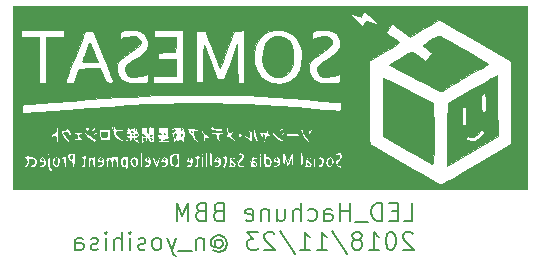
<source format=gbo>
G04 #@! TF.GenerationSoftware,KiCad,Pcbnew,(5.0.0)*
G04 #@! TF.CreationDate,2018-11-23T13:42:35+09:00*
G04 #@! TF.ProjectId,LED_hachune_1,4C45445F68616368756E655F312E6B69,rev?*
G04 #@! TF.SameCoordinates,Original*
G04 #@! TF.FileFunction,Legend,Bot*
G04 #@! TF.FilePolarity,Positive*
%FSLAX46Y46*%
G04 Gerber Fmt 4.6, Leading zero omitted, Abs format (unit mm)*
G04 Created by KiCad (PCBNEW (5.0.0)) date 11/23/18 13:42:35*
%MOMM*%
%LPD*%
G01*
G04 APERTURE LIST*
%ADD10C,0.200000*%
%ADD11C,0.010000*%
G04 APERTURE END LIST*
D10*
X92298571Y-136453571D02*
X93012857Y-136453571D01*
X93012857Y-134953571D01*
X91798571Y-135667857D02*
X91298571Y-135667857D01*
X91084285Y-136453571D02*
X91798571Y-136453571D01*
X91798571Y-134953571D01*
X91084285Y-134953571D01*
X90441428Y-136453571D02*
X90441428Y-134953571D01*
X90084285Y-134953571D01*
X89870000Y-135025000D01*
X89727142Y-135167857D01*
X89655714Y-135310714D01*
X89584285Y-135596428D01*
X89584285Y-135810714D01*
X89655714Y-136096428D01*
X89727142Y-136239285D01*
X89870000Y-136382142D01*
X90084285Y-136453571D01*
X90441428Y-136453571D01*
X89298571Y-136596428D02*
X88155714Y-136596428D01*
X87798571Y-136453571D02*
X87798571Y-134953571D01*
X87798571Y-135667857D02*
X86941428Y-135667857D01*
X86941428Y-136453571D02*
X86941428Y-134953571D01*
X85584285Y-136453571D02*
X85584285Y-135667857D01*
X85655714Y-135525000D01*
X85798571Y-135453571D01*
X86084285Y-135453571D01*
X86227142Y-135525000D01*
X85584285Y-136382142D02*
X85727142Y-136453571D01*
X86084285Y-136453571D01*
X86227142Y-136382142D01*
X86298571Y-136239285D01*
X86298571Y-136096428D01*
X86227142Y-135953571D01*
X86084285Y-135882142D01*
X85727142Y-135882142D01*
X85584285Y-135810714D01*
X84227142Y-136382142D02*
X84370000Y-136453571D01*
X84655714Y-136453571D01*
X84798571Y-136382142D01*
X84870000Y-136310714D01*
X84941428Y-136167857D01*
X84941428Y-135739285D01*
X84870000Y-135596428D01*
X84798571Y-135525000D01*
X84655714Y-135453571D01*
X84370000Y-135453571D01*
X84227142Y-135525000D01*
X83584285Y-136453571D02*
X83584285Y-134953571D01*
X82941428Y-136453571D02*
X82941428Y-135667857D01*
X83012857Y-135525000D01*
X83155714Y-135453571D01*
X83370000Y-135453571D01*
X83512857Y-135525000D01*
X83584285Y-135596428D01*
X81584285Y-135453571D02*
X81584285Y-136453571D01*
X82227142Y-135453571D02*
X82227142Y-136239285D01*
X82155714Y-136382142D01*
X82012857Y-136453571D01*
X81798571Y-136453571D01*
X81655714Y-136382142D01*
X81584285Y-136310714D01*
X80870000Y-135453571D02*
X80870000Y-136453571D01*
X80870000Y-135596428D02*
X80798571Y-135525000D01*
X80655714Y-135453571D01*
X80441428Y-135453571D01*
X80298571Y-135525000D01*
X80227142Y-135667857D01*
X80227142Y-136453571D01*
X78941428Y-136382142D02*
X79084285Y-136453571D01*
X79370000Y-136453571D01*
X79512857Y-136382142D01*
X79584285Y-136239285D01*
X79584285Y-135667857D01*
X79512857Y-135525000D01*
X79370000Y-135453571D01*
X79084285Y-135453571D01*
X78941428Y-135525000D01*
X78870000Y-135667857D01*
X78870000Y-135810714D01*
X79584285Y-135953571D01*
X76584285Y-135667857D02*
X76370000Y-135739285D01*
X76298571Y-135810714D01*
X76227142Y-135953571D01*
X76227142Y-136167857D01*
X76298571Y-136310714D01*
X76370000Y-136382142D01*
X76512857Y-136453571D01*
X77084285Y-136453571D01*
X77084285Y-134953571D01*
X76584285Y-134953571D01*
X76441428Y-135025000D01*
X76370000Y-135096428D01*
X76298571Y-135239285D01*
X76298571Y-135382142D01*
X76370000Y-135525000D01*
X76441428Y-135596428D01*
X76584285Y-135667857D01*
X77084285Y-135667857D01*
X75084285Y-135667857D02*
X74870000Y-135739285D01*
X74798571Y-135810714D01*
X74727142Y-135953571D01*
X74727142Y-136167857D01*
X74798571Y-136310714D01*
X74870000Y-136382142D01*
X75012857Y-136453571D01*
X75584285Y-136453571D01*
X75584285Y-134953571D01*
X75084285Y-134953571D01*
X74941428Y-135025000D01*
X74870000Y-135096428D01*
X74798571Y-135239285D01*
X74798571Y-135382142D01*
X74870000Y-135525000D01*
X74941428Y-135596428D01*
X75084285Y-135667857D01*
X75584285Y-135667857D01*
X74084285Y-136453571D02*
X74084285Y-134953571D01*
X73584285Y-136025000D01*
X73084285Y-134953571D01*
X73084285Y-136453571D01*
X93084285Y-137546428D02*
X93012857Y-137475000D01*
X92870000Y-137403571D01*
X92512857Y-137403571D01*
X92370000Y-137475000D01*
X92298571Y-137546428D01*
X92227142Y-137689285D01*
X92227142Y-137832142D01*
X92298571Y-138046428D01*
X93155714Y-138903571D01*
X92227142Y-138903571D01*
X91298571Y-137403571D02*
X91155714Y-137403571D01*
X91012857Y-137475000D01*
X90941428Y-137546428D01*
X90870000Y-137689285D01*
X90798571Y-137975000D01*
X90798571Y-138332142D01*
X90870000Y-138617857D01*
X90941428Y-138760714D01*
X91012857Y-138832142D01*
X91155714Y-138903571D01*
X91298571Y-138903571D01*
X91441428Y-138832142D01*
X91512857Y-138760714D01*
X91584285Y-138617857D01*
X91655714Y-138332142D01*
X91655714Y-137975000D01*
X91584285Y-137689285D01*
X91512857Y-137546428D01*
X91441428Y-137475000D01*
X91298571Y-137403571D01*
X89370000Y-138903571D02*
X90227142Y-138903571D01*
X89798571Y-138903571D02*
X89798571Y-137403571D01*
X89941428Y-137617857D01*
X90084285Y-137760714D01*
X90227142Y-137832142D01*
X88512857Y-138046428D02*
X88655714Y-137975000D01*
X88727142Y-137903571D01*
X88798571Y-137760714D01*
X88798571Y-137689285D01*
X88727142Y-137546428D01*
X88655714Y-137475000D01*
X88512857Y-137403571D01*
X88227142Y-137403571D01*
X88084285Y-137475000D01*
X88012857Y-137546428D01*
X87941428Y-137689285D01*
X87941428Y-137760714D01*
X88012857Y-137903571D01*
X88084285Y-137975000D01*
X88227142Y-138046428D01*
X88512857Y-138046428D01*
X88655714Y-138117857D01*
X88727142Y-138189285D01*
X88798571Y-138332142D01*
X88798571Y-138617857D01*
X88727142Y-138760714D01*
X88655714Y-138832142D01*
X88512857Y-138903571D01*
X88227142Y-138903571D01*
X88084285Y-138832142D01*
X88012857Y-138760714D01*
X87941428Y-138617857D01*
X87941428Y-138332142D01*
X88012857Y-138189285D01*
X88084285Y-138117857D01*
X88227142Y-138046428D01*
X86227142Y-137332142D02*
X87512857Y-139260714D01*
X84941428Y-138903571D02*
X85798571Y-138903571D01*
X85370000Y-138903571D02*
X85370000Y-137403571D01*
X85512857Y-137617857D01*
X85655714Y-137760714D01*
X85798571Y-137832142D01*
X83512857Y-138903571D02*
X84370000Y-138903571D01*
X83941428Y-138903571D02*
X83941428Y-137403571D01*
X84084285Y-137617857D01*
X84227142Y-137760714D01*
X84370000Y-137832142D01*
X81798571Y-137332142D02*
X83084285Y-139260714D01*
X81370000Y-137546428D02*
X81298571Y-137475000D01*
X81155714Y-137403571D01*
X80798571Y-137403571D01*
X80655714Y-137475000D01*
X80584285Y-137546428D01*
X80512857Y-137689285D01*
X80512857Y-137832142D01*
X80584285Y-138046428D01*
X81441428Y-138903571D01*
X80512857Y-138903571D01*
X80012857Y-137403571D02*
X79084285Y-137403571D01*
X79584285Y-137975000D01*
X79370000Y-137975000D01*
X79227142Y-138046428D01*
X79155714Y-138117857D01*
X79084285Y-138260714D01*
X79084285Y-138617857D01*
X79155714Y-138760714D01*
X79227142Y-138832142D01*
X79370000Y-138903571D01*
X79798571Y-138903571D01*
X79941428Y-138832142D01*
X80012857Y-138760714D01*
X76370000Y-138189285D02*
X76441428Y-138117857D01*
X76584285Y-138046428D01*
X76727142Y-138046428D01*
X76870000Y-138117857D01*
X76941428Y-138189285D01*
X77012857Y-138332142D01*
X77012857Y-138475000D01*
X76941428Y-138617857D01*
X76870000Y-138689285D01*
X76727142Y-138760714D01*
X76584285Y-138760714D01*
X76441428Y-138689285D01*
X76370000Y-138617857D01*
X76370000Y-138046428D02*
X76370000Y-138617857D01*
X76298571Y-138689285D01*
X76227142Y-138689285D01*
X76084285Y-138617857D01*
X76012857Y-138475000D01*
X76012857Y-138117857D01*
X76155714Y-137903571D01*
X76370000Y-137760714D01*
X76655714Y-137689285D01*
X76941428Y-137760714D01*
X77155714Y-137903571D01*
X77298571Y-138117857D01*
X77370000Y-138403571D01*
X77298571Y-138689285D01*
X77155714Y-138903571D01*
X76941428Y-139046428D01*
X76655714Y-139117857D01*
X76370000Y-139046428D01*
X76155714Y-138903571D01*
X75370000Y-137903571D02*
X75370000Y-138903571D01*
X75370000Y-138046428D02*
X75298571Y-137975000D01*
X75155714Y-137903571D01*
X74941428Y-137903571D01*
X74798571Y-137975000D01*
X74727142Y-138117857D01*
X74727142Y-138903571D01*
X74370000Y-139046428D02*
X73227142Y-139046428D01*
X73012857Y-137903571D02*
X72655714Y-138903571D01*
X72298571Y-137903571D02*
X72655714Y-138903571D01*
X72798571Y-139260714D01*
X72870000Y-139332142D01*
X73012857Y-139403571D01*
X71512857Y-138903571D02*
X71655714Y-138832142D01*
X71727142Y-138760714D01*
X71798571Y-138617857D01*
X71798571Y-138189285D01*
X71727142Y-138046428D01*
X71655714Y-137975000D01*
X71512857Y-137903571D01*
X71298571Y-137903571D01*
X71155714Y-137975000D01*
X71084285Y-138046428D01*
X71012857Y-138189285D01*
X71012857Y-138617857D01*
X71084285Y-138760714D01*
X71155714Y-138832142D01*
X71298571Y-138903571D01*
X71512857Y-138903571D01*
X70441428Y-138832142D02*
X70298571Y-138903571D01*
X70012857Y-138903571D01*
X69870000Y-138832142D01*
X69798571Y-138689285D01*
X69798571Y-138617857D01*
X69870000Y-138475000D01*
X70012857Y-138403571D01*
X70227142Y-138403571D01*
X70370000Y-138332142D01*
X70441428Y-138189285D01*
X70441428Y-138117857D01*
X70370000Y-137975000D01*
X70227142Y-137903571D01*
X70012857Y-137903571D01*
X69870000Y-137975000D01*
X69155714Y-138903571D02*
X69155714Y-137903571D01*
X69155714Y-137403571D02*
X69227142Y-137475000D01*
X69155714Y-137546428D01*
X69084285Y-137475000D01*
X69155714Y-137403571D01*
X69155714Y-137546428D01*
X68441428Y-138903571D02*
X68441428Y-137403571D01*
X67798571Y-138903571D02*
X67798571Y-138117857D01*
X67870000Y-137975000D01*
X68012857Y-137903571D01*
X68227142Y-137903571D01*
X68370000Y-137975000D01*
X68441428Y-138046428D01*
X67084285Y-138903571D02*
X67084285Y-137903571D01*
X67084285Y-137403571D02*
X67155714Y-137475000D01*
X67084285Y-137546428D01*
X67012857Y-137475000D01*
X67084285Y-137403571D01*
X67084285Y-137546428D01*
X66441428Y-138832142D02*
X66298571Y-138903571D01*
X66012857Y-138903571D01*
X65870000Y-138832142D01*
X65798571Y-138689285D01*
X65798571Y-138617857D01*
X65870000Y-138475000D01*
X66012857Y-138403571D01*
X66227142Y-138403571D01*
X66370000Y-138332142D01*
X66441428Y-138189285D01*
X66441428Y-138117857D01*
X66370000Y-137975000D01*
X66227142Y-137903571D01*
X66012857Y-137903571D01*
X65870000Y-137975000D01*
X64512857Y-138903571D02*
X64512857Y-138117857D01*
X64584285Y-137975000D01*
X64727142Y-137903571D01*
X65012857Y-137903571D01*
X65155714Y-137975000D01*
X64512857Y-138832142D02*
X64655714Y-138903571D01*
X65012857Y-138903571D01*
X65155714Y-138832142D01*
X65227142Y-138689285D01*
X65227142Y-138546428D01*
X65155714Y-138403571D01*
X65012857Y-138332142D01*
X64655714Y-138332142D01*
X64512857Y-138260714D01*
D11*
G04 #@! TO.C,G\002A\002A\002A*
G36*
X65681777Y-121449060D02*
X65607231Y-121628540D01*
X65508537Y-121876707D01*
X65398665Y-122159794D01*
X65290589Y-122444031D01*
X65197281Y-122695651D01*
X65131713Y-122880885D01*
X65106857Y-122965964D01*
X65106857Y-122966041D01*
X65174014Y-122991835D01*
X65353881Y-123011826D01*
X65614056Y-123023105D01*
X65758941Y-123024571D01*
X66411025Y-123024571D01*
X66274526Y-122679857D01*
X66084386Y-122201872D01*
X65940641Y-121846079D01*
X65837641Y-121599180D01*
X65769742Y-121447873D01*
X65731294Y-121378861D01*
X65719201Y-121372037D01*
X65681777Y-121449060D01*
X65681777Y-121449060D01*
G37*
X65681777Y-121449060D02*
X65607231Y-121628540D01*
X65508537Y-121876707D01*
X65398665Y-122159794D01*
X65290589Y-122444031D01*
X65197281Y-122695651D01*
X65131713Y-122880885D01*
X65106857Y-122965964D01*
X65106857Y-122966041D01*
X65174014Y-122991835D01*
X65353881Y-123011826D01*
X65614056Y-123023105D01*
X65758941Y-123024571D01*
X66411025Y-123024571D01*
X66274526Y-122679857D01*
X66084386Y-122201872D01*
X65940641Y-121846079D01*
X65837641Y-121599180D01*
X65769742Y-121447873D01*
X65731294Y-121378861D01*
X65719201Y-121372037D01*
X65681777Y-121449060D01*
G36*
X81379894Y-120830992D02*
X81040220Y-120960789D01*
X80921728Y-121044790D01*
X80663072Y-121350432D01*
X80476434Y-121754613D01*
X80368968Y-122226028D01*
X80347827Y-122733374D01*
X80419497Y-123242573D01*
X80578723Y-123647897D01*
X80828577Y-123970383D01*
X81145857Y-124197586D01*
X81507361Y-124317058D01*
X81889886Y-124316352D01*
X82220678Y-124208810D01*
X82543937Y-123970369D01*
X82779763Y-123619004D01*
X82926182Y-123159105D01*
X82981218Y-122595066D01*
X82981569Y-122516269D01*
X82940393Y-122048001D01*
X82829478Y-121624794D01*
X82660460Y-121279589D01*
X82468158Y-121062725D01*
X82136723Y-120882457D01*
X81759682Y-120805047D01*
X81379894Y-120830992D01*
X81379894Y-120830992D01*
G37*
X81379894Y-120830992D02*
X81040220Y-120960789D01*
X80921728Y-121044790D01*
X80663072Y-121350432D01*
X80476434Y-121754613D01*
X80368968Y-122226028D01*
X80347827Y-122733374D01*
X80419497Y-123242573D01*
X80578723Y-123647897D01*
X80828577Y-123970383D01*
X81145857Y-124197586D01*
X81507361Y-124317058D01*
X81889886Y-124316352D01*
X82220678Y-124208810D01*
X82543937Y-123970369D01*
X82779763Y-123619004D01*
X82926182Y-123159105D01*
X82981218Y-122595066D01*
X82981569Y-122516269D01*
X82940393Y-122048001D01*
X82829478Y-121624794D01*
X82660460Y-121279589D01*
X82468158Y-121062725D01*
X82136723Y-120882457D01*
X81759682Y-120805047D01*
X81379894Y-120830992D01*
G36*
X66786776Y-128914994D02*
X66716781Y-128976554D01*
X66703428Y-129120571D01*
X66717588Y-129266845D01*
X66789408Y-129326841D01*
X66957428Y-129338286D01*
X67128081Y-129326149D01*
X67198076Y-129264589D01*
X67211428Y-129120571D01*
X67197269Y-128974298D01*
X67125449Y-128914302D01*
X66957428Y-128902857D01*
X66786776Y-128914994D01*
X66786776Y-128914994D01*
G37*
X66786776Y-128914994D02*
X66716781Y-128976554D01*
X66703428Y-129120571D01*
X66717588Y-129266845D01*
X66789408Y-129326841D01*
X66957428Y-129338286D01*
X67128081Y-129326149D01*
X67198076Y-129264589D01*
X67211428Y-129120571D01*
X67197269Y-128974298D01*
X67125449Y-128914302D01*
X66957428Y-128902857D01*
X66786776Y-128914994D01*
G36*
X67671048Y-128564190D02*
X67662362Y-128650316D01*
X67671048Y-128660952D01*
X67714191Y-128650990D01*
X67719428Y-128612571D01*
X67692876Y-128552837D01*
X67671048Y-128564190D01*
X67671048Y-128564190D01*
G37*
X67671048Y-128564190D02*
X67662362Y-128650316D01*
X67671048Y-128660952D01*
X67714191Y-128650990D01*
X67719428Y-128612571D01*
X67692876Y-128552837D01*
X67671048Y-128564190D01*
G36*
X72001143Y-129084286D02*
X72037429Y-129120571D01*
X72073714Y-129084286D01*
X72037429Y-129048000D01*
X72001143Y-129084286D01*
X72001143Y-129084286D01*
G37*
X72001143Y-129084286D02*
X72037429Y-129120571D01*
X72073714Y-129084286D01*
X72037429Y-129048000D01*
X72001143Y-129084286D01*
G36*
X74275803Y-128874746D02*
X74287143Y-128902857D01*
X74352356Y-128972089D01*
X74363997Y-128975429D01*
X74395168Y-128919281D01*
X74396000Y-128902857D01*
X74340210Y-128833074D01*
X74319146Y-128830286D01*
X74275803Y-128874746D01*
X74275803Y-128874746D01*
G37*
X74275803Y-128874746D02*
X74287143Y-128902857D01*
X74352356Y-128972089D01*
X74363997Y-128975429D01*
X74395168Y-128919281D01*
X74396000Y-128902857D01*
X74340210Y-128833074D01*
X74319146Y-128830286D01*
X74275803Y-128874746D01*
G36*
X69533714Y-128721429D02*
X69570000Y-128757714D01*
X69606286Y-128721429D01*
X69570000Y-128685143D01*
X69533714Y-128721429D01*
X69533714Y-128721429D01*
G37*
X69533714Y-128721429D02*
X69570000Y-128757714D01*
X69606286Y-128721429D01*
X69570000Y-128685143D01*
X69533714Y-128721429D01*
G36*
X69245537Y-128885511D02*
X69243429Y-128902857D01*
X69298654Y-128973320D01*
X69316000Y-128975429D01*
X69386463Y-128920203D01*
X69388571Y-128902857D01*
X69333346Y-128832394D01*
X69316000Y-128830286D01*
X69245537Y-128885511D01*
X69245537Y-128885511D01*
G37*
X69245537Y-128885511D02*
X69243429Y-128902857D01*
X69298654Y-128973320D01*
X69316000Y-128975429D01*
X69386463Y-128920203D01*
X69388571Y-128902857D01*
X69333346Y-128832394D01*
X69316000Y-128830286D01*
X69245537Y-128885511D01*
G36*
X68900226Y-129149298D02*
X68921870Y-129182282D01*
X68995476Y-129187413D01*
X69072912Y-129169690D01*
X69039321Y-129143568D01*
X68925901Y-129134917D01*
X68900226Y-129149298D01*
X68900226Y-129149298D01*
G37*
X68900226Y-129149298D02*
X68921870Y-129182282D01*
X68995476Y-129187413D01*
X69072912Y-129169690D01*
X69039321Y-129143568D01*
X68925901Y-129134917D01*
X68900226Y-129149298D01*
G36*
X69316000Y-129156857D02*
X69352286Y-129193143D01*
X69388571Y-129156857D01*
X69352286Y-129120571D01*
X69316000Y-129156857D01*
X69316000Y-129156857D01*
G37*
X69316000Y-129156857D02*
X69352286Y-129193143D01*
X69388571Y-129156857D01*
X69352286Y-129120571D01*
X69316000Y-129156857D01*
G36*
X69553369Y-129149298D02*
X69575013Y-129182282D01*
X69648619Y-129187413D01*
X69726055Y-129169690D01*
X69692464Y-129143568D01*
X69579044Y-129134917D01*
X69553369Y-129149298D01*
X69553369Y-129149298D01*
G37*
X69553369Y-129149298D02*
X69575013Y-129182282D01*
X69648619Y-129187413D01*
X69726055Y-129169690D01*
X69692464Y-129143568D01*
X69579044Y-129134917D01*
X69553369Y-129149298D01*
G36*
X70187968Y-129138714D02*
X70243309Y-129246295D01*
X70307809Y-129265714D01*
X70379079Y-129241418D01*
X70363082Y-129211286D01*
X70256793Y-129101618D01*
X70243241Y-129084286D01*
X70198343Y-129077180D01*
X70187968Y-129138714D01*
X70187968Y-129138714D01*
G37*
X70187968Y-129138714D02*
X70243309Y-129246295D01*
X70307809Y-129265714D01*
X70379079Y-129241418D01*
X70363082Y-129211286D01*
X70256793Y-129101618D01*
X70243241Y-129084286D01*
X70198343Y-129077180D01*
X70187968Y-129138714D01*
G36*
X70864190Y-129217333D02*
X70874152Y-129260477D01*
X70912571Y-129265714D01*
X70972306Y-129239161D01*
X70960952Y-129217333D01*
X70874827Y-129208648D01*
X70864190Y-129217333D01*
X70864190Y-129217333D01*
G37*
X70864190Y-129217333D02*
X70874152Y-129260477D01*
X70912571Y-129265714D01*
X70972306Y-129239161D01*
X70960952Y-129217333D01*
X70874827Y-129208648D01*
X70864190Y-129217333D01*
G36*
X70842077Y-129462944D02*
X70840000Y-129479146D01*
X70892752Y-129577432D01*
X70912571Y-129592286D01*
X70974700Y-129575834D01*
X70985143Y-129523997D01*
X70947253Y-129424704D01*
X70912571Y-129410857D01*
X70842077Y-129462944D01*
X70842077Y-129462944D01*
G37*
X70842077Y-129462944D02*
X70840000Y-129479146D01*
X70892752Y-129577432D01*
X70912571Y-129592286D01*
X70974700Y-129575834D01*
X70985143Y-129523997D01*
X70947253Y-129424704D01*
X70912571Y-129410857D01*
X70842077Y-129462944D01*
G36*
X73452571Y-128721429D02*
X73488857Y-128757714D01*
X73525143Y-128721429D01*
X73488857Y-128685143D01*
X73452571Y-128721429D01*
X73452571Y-128721429D01*
G37*
X73452571Y-128721429D02*
X73488857Y-128757714D01*
X73525143Y-128721429D01*
X73488857Y-128685143D01*
X73452571Y-128721429D01*
G36*
X73475568Y-129106964D02*
X73466917Y-129220385D01*
X73481298Y-129246059D01*
X73514282Y-129224416D01*
X73519413Y-129150809D01*
X73501690Y-129073373D01*
X73475568Y-129106964D01*
X73475568Y-129106964D01*
G37*
X73475568Y-129106964D02*
X73466917Y-129220385D01*
X73481298Y-129246059D01*
X73514282Y-129224416D01*
X73519413Y-129150809D01*
X73501690Y-129073373D01*
X73475568Y-129106964D01*
G36*
X72881497Y-129147622D02*
X72886946Y-129277626D01*
X72913621Y-129447143D01*
X72972008Y-129278388D01*
X73001327Y-129133771D01*
X72987483Y-129066721D01*
X72917762Y-129052062D01*
X72881497Y-129147622D01*
X72881497Y-129147622D01*
G37*
X72881497Y-129147622D02*
X72886946Y-129277626D01*
X72913621Y-129447143D01*
X72972008Y-129278388D01*
X73001327Y-129133771D01*
X72987483Y-129066721D01*
X72917762Y-129052062D01*
X72881497Y-129147622D01*
G36*
X72768326Y-130976326D02*
X72672523Y-131152459D01*
X72664317Y-131361988D01*
X72730414Y-131558703D01*
X72857523Y-131696398D01*
X72986041Y-131733143D01*
X73047080Y-131694537D01*
X73079670Y-131562234D01*
X73089699Y-131311508D01*
X73089714Y-131297714D01*
X73071976Y-131018654D01*
X73015443Y-130875763D01*
X72915137Y-130864065D01*
X72768326Y-130976326D01*
X72768326Y-130976326D01*
G37*
X72768326Y-130976326D02*
X72672523Y-131152459D01*
X72664317Y-131361988D01*
X72730414Y-131558703D01*
X72857523Y-131696398D01*
X72986041Y-131733143D01*
X73047080Y-131694537D01*
X73079670Y-131562234D01*
X73089699Y-131311508D01*
X73089714Y-131297714D01*
X73071976Y-131018654D01*
X73015443Y-130875763D01*
X72915137Y-130864065D01*
X72768326Y-130976326D01*
G36*
X61625383Y-131207925D02*
X61623428Y-131225143D01*
X61682499Y-131288832D01*
X61736569Y-131297714D01*
X61811684Y-131262532D01*
X61804857Y-131225143D01*
X61712078Y-131155340D01*
X61691717Y-131152571D01*
X61625383Y-131207925D01*
X61625383Y-131207925D01*
G37*
X61625383Y-131207925D02*
X61623428Y-131225143D01*
X61682499Y-131288832D01*
X61736569Y-131297714D01*
X61811684Y-131262532D01*
X61804857Y-131225143D01*
X61712078Y-131155340D01*
X61691717Y-131152571D01*
X61625383Y-131207925D01*
G36*
X62823635Y-131186260D02*
X62751044Y-131294990D01*
X62726697Y-131471223D01*
X62729486Y-131509832D01*
X62782183Y-131664995D01*
X62876110Y-131722406D01*
X62952393Y-131686274D01*
X62995892Y-131567525D01*
X62997486Y-131393192D01*
X62961768Y-131238196D01*
X62921600Y-131183843D01*
X62823635Y-131186260D01*
X62823635Y-131186260D01*
G37*
X62823635Y-131186260D02*
X62751044Y-131294990D01*
X62726697Y-131471223D01*
X62729486Y-131509832D01*
X62782183Y-131664995D01*
X62876110Y-131722406D01*
X62952393Y-131686274D01*
X62995892Y-131567525D01*
X62997486Y-131393192D01*
X62961768Y-131238196D01*
X62921600Y-131183843D01*
X62823635Y-131186260D01*
G36*
X64068343Y-130968868D02*
X64054571Y-131043714D01*
X64097384Y-131170835D01*
X64145286Y-131207000D01*
X64215857Y-131171277D01*
X64236000Y-131043714D01*
X64208228Y-130902420D01*
X64145286Y-130880428D01*
X64068343Y-130968868D01*
X64068343Y-130968868D01*
G37*
X64068343Y-130968868D02*
X64054571Y-131043714D01*
X64097384Y-131170835D01*
X64145286Y-131207000D01*
X64215857Y-131171277D01*
X64236000Y-131043714D01*
X64208228Y-130902420D01*
X64145286Y-130880428D01*
X64068343Y-130968868D01*
G36*
X66560240Y-131207925D02*
X66558286Y-131225143D01*
X66617356Y-131288832D01*
X66671426Y-131297714D01*
X66746541Y-131262532D01*
X66739714Y-131225143D01*
X66646935Y-131155340D01*
X66626574Y-131152571D01*
X66560240Y-131207925D01*
X66560240Y-131207925D01*
G37*
X66560240Y-131207925D02*
X66558286Y-131225143D01*
X66617356Y-131288832D01*
X66671426Y-131297714D01*
X66746541Y-131262532D01*
X66739714Y-131225143D01*
X66646935Y-131155340D01*
X66626574Y-131152571D01*
X66560240Y-131207925D01*
G36*
X69379724Y-131245374D02*
X69352346Y-131424279D01*
X69352286Y-131436809D01*
X69380436Y-131613707D01*
X69447261Y-131713172D01*
X69526320Y-131711677D01*
X69575701Y-131635598D01*
X69603637Y-131459329D01*
X69571888Y-131294256D01*
X69494888Y-131196665D01*
X69461143Y-131188857D01*
X69379724Y-131245374D01*
X69379724Y-131245374D01*
G37*
X69379724Y-131245374D02*
X69352346Y-131424279D01*
X69352286Y-131436809D01*
X69380436Y-131613707D01*
X69447261Y-131713172D01*
X69526320Y-131711677D01*
X69575701Y-131635598D01*
X69603637Y-131459329D01*
X69571888Y-131294256D01*
X69494888Y-131196665D01*
X69461143Y-131188857D01*
X69379724Y-131245374D01*
G36*
X70551823Y-131207796D02*
X70549714Y-131225143D01*
X70604939Y-131295605D01*
X70622286Y-131297714D01*
X70692748Y-131242489D01*
X70694857Y-131225143D01*
X70639632Y-131154680D01*
X70622286Y-131152571D01*
X70551823Y-131207796D01*
X70551823Y-131207796D01*
G37*
X70551823Y-131207796D02*
X70549714Y-131225143D01*
X70604939Y-131295605D01*
X70622286Y-131297714D01*
X70692748Y-131242489D01*
X70694857Y-131225143D01*
X70639632Y-131154680D01*
X70622286Y-131152571D01*
X70551823Y-131207796D01*
G36*
X71996128Y-131191956D02*
X71931779Y-131262014D01*
X72005071Y-131296295D01*
X72041711Y-131297714D01*
X72116457Y-131262009D01*
X72109268Y-131223959D01*
X72022295Y-131182095D01*
X71996128Y-131191956D01*
X71996128Y-131191956D01*
G37*
X71996128Y-131191956D02*
X71931779Y-131262014D01*
X72005071Y-131296295D01*
X72041711Y-131297714D01*
X72116457Y-131262009D01*
X72109268Y-131223959D01*
X72022295Y-131182095D01*
X71996128Y-131191956D01*
G36*
X74107823Y-131207796D02*
X74105714Y-131225143D01*
X74160939Y-131295605D01*
X74178286Y-131297714D01*
X74248748Y-131242489D01*
X74250857Y-131225143D01*
X74195632Y-131154680D01*
X74178286Y-131152571D01*
X74107823Y-131207796D01*
X74107823Y-131207796D01*
G37*
X74107823Y-131207796D02*
X74105714Y-131225143D01*
X74160939Y-131295605D01*
X74178286Y-131297714D01*
X74248748Y-131242489D01*
X74250857Y-131225143D01*
X74195632Y-131154680D01*
X74178286Y-131152571D01*
X74107823Y-131207796D01*
G36*
X76495557Y-131191956D02*
X76431207Y-131262014D01*
X76504500Y-131296295D01*
X76541140Y-131297714D01*
X76615885Y-131262009D01*
X76608697Y-131223959D01*
X76521724Y-131182095D01*
X76495557Y-131191956D01*
X76495557Y-131191956D01*
G37*
X76495557Y-131191956D02*
X76431207Y-131262014D01*
X76504500Y-131296295D01*
X76541140Y-131297714D01*
X76615885Y-131262009D01*
X76608697Y-131223959D01*
X76521724Y-131182095D01*
X76495557Y-131191956D01*
G36*
X77671346Y-131548846D02*
X77675321Y-131592536D01*
X77767203Y-131702518D01*
X77802321Y-131719536D01*
X77869796Y-131699725D01*
X77865821Y-131656036D01*
X77773940Y-131546054D01*
X77738821Y-131529036D01*
X77671346Y-131548846D01*
X77671346Y-131548846D01*
G37*
X77671346Y-131548846D02*
X77675321Y-131592536D01*
X77767203Y-131702518D01*
X77802321Y-131719536D01*
X77869796Y-131699725D01*
X77865821Y-131656036D01*
X77773940Y-131546054D01*
X77738821Y-131529036D01*
X77671346Y-131548846D01*
G36*
X79559295Y-131602737D02*
X79599647Y-131668104D01*
X79690588Y-131703827D01*
X79722993Y-131671909D01*
X79716576Y-131573609D01*
X79690070Y-131549462D01*
X79587043Y-131532536D01*
X79559295Y-131602737D01*
X79559295Y-131602737D01*
G37*
X79559295Y-131602737D02*
X79599647Y-131668104D01*
X79690588Y-131703827D01*
X79722993Y-131671909D01*
X79716576Y-131573609D01*
X79690070Y-131549462D01*
X79587043Y-131532536D01*
X79559295Y-131602737D01*
G36*
X80694389Y-131248696D02*
X80650399Y-131388177D01*
X80654835Y-131547243D01*
X80712217Y-131665841D01*
X80744840Y-131686370D01*
X80863614Y-131675603D01*
X80899629Y-131628340D01*
X80925497Y-131455759D01*
X80892021Y-131292527D01*
X80814561Y-131196173D01*
X80782286Y-131188857D01*
X80694389Y-131248696D01*
X80694389Y-131248696D01*
G37*
X80694389Y-131248696D02*
X80650399Y-131388177D01*
X80654835Y-131547243D01*
X80712217Y-131665841D01*
X80744840Y-131686370D01*
X80863614Y-131675603D01*
X80899629Y-131628340D01*
X80925497Y-131455759D01*
X80892021Y-131292527D01*
X80814561Y-131196173D01*
X80782286Y-131188857D01*
X80694389Y-131248696D01*
G36*
X81502985Y-131191956D02*
X81438636Y-131262014D01*
X81511928Y-131296295D01*
X81548569Y-131297714D01*
X81623314Y-131262009D01*
X81616125Y-131223959D01*
X81529153Y-131182095D01*
X81502985Y-131191956D01*
X81502985Y-131191956D01*
G37*
X81502985Y-131191956D02*
X81438636Y-131262014D01*
X81511928Y-131296295D01*
X81548569Y-131297714D01*
X81623314Y-131262009D01*
X81616125Y-131223959D01*
X81529153Y-131182095D01*
X81502985Y-131191956D01*
G36*
X84130203Y-131548846D02*
X84134178Y-131592536D01*
X84226060Y-131702518D01*
X84261178Y-131719536D01*
X84328654Y-131699725D01*
X84324678Y-131656036D01*
X84232797Y-131546054D01*
X84197678Y-131529036D01*
X84130203Y-131548846D01*
X84130203Y-131548846D01*
G37*
X84130203Y-131548846D02*
X84134178Y-131592536D01*
X84226060Y-131702518D01*
X84261178Y-131719536D01*
X84328654Y-131699725D01*
X84324678Y-131656036D01*
X84232797Y-131546054D01*
X84197678Y-131529036D01*
X84130203Y-131548846D01*
G36*
X85994378Y-131209074D02*
X85954649Y-131246820D01*
X85877431Y-131421272D01*
X85890545Y-131545572D01*
X85968241Y-131694753D01*
X86070867Y-131723464D01*
X86159356Y-131627514D01*
X86176667Y-131576267D01*
X86177170Y-131383911D01*
X86141761Y-131277515D01*
X86071402Y-131180731D01*
X85994378Y-131209074D01*
X85994378Y-131209074D01*
G37*
X85994378Y-131209074D02*
X85954649Y-131246820D01*
X85877431Y-131421272D01*
X85890545Y-131545572D01*
X85968241Y-131694753D01*
X86070867Y-131723464D01*
X86159356Y-131627514D01*
X86176667Y-131576267D01*
X86177170Y-131383911D01*
X86141761Y-131277515D01*
X86071402Y-131180731D01*
X85994378Y-131209074D01*
G36*
X68546059Y-131280222D02*
X68517911Y-131456010D01*
X68517714Y-131479143D01*
X68541320Y-131667005D01*
X68616657Y-131732684D01*
X68626571Y-131733143D01*
X68707084Y-131678063D01*
X68735232Y-131502276D01*
X68735428Y-131479143D01*
X68711823Y-131291280D01*
X68636486Y-131225602D01*
X68626571Y-131225143D01*
X68546059Y-131280222D01*
X68546059Y-131280222D01*
G37*
X68546059Y-131280222D02*
X68517911Y-131456010D01*
X68517714Y-131479143D01*
X68541320Y-131667005D01*
X68616657Y-131732684D01*
X68626571Y-131733143D01*
X68707084Y-131678063D01*
X68735232Y-131502276D01*
X68735428Y-131479143D01*
X68711823Y-131291280D01*
X68636486Y-131225602D01*
X68626571Y-131225143D01*
X68546059Y-131280222D01*
G36*
X95233940Y-120808899D02*
X95056993Y-120898862D01*
X94824053Y-121026503D01*
X94566586Y-121173580D01*
X94316061Y-121321848D01*
X94103944Y-121453064D01*
X93961703Y-121548987D01*
X93919242Y-121588935D01*
X93972144Y-121655489D01*
X94112477Y-121780528D01*
X94310178Y-121937320D01*
X94315721Y-121941510D01*
X94713727Y-122242008D01*
X94480560Y-122566688D01*
X94343950Y-122751135D01*
X94240078Y-122880906D01*
X94203127Y-122918726D01*
X94128995Y-122891020D01*
X93966645Y-122794043D01*
X93744222Y-122645281D01*
X93609493Y-122549899D01*
X93360808Y-122376553D01*
X93151542Y-122241717D01*
X93012331Y-122164613D01*
X92978142Y-122153714D01*
X92890642Y-122187941D01*
X92709560Y-122280217D01*
X92461909Y-122414937D01*
X92174703Y-122576498D01*
X91874955Y-122749294D01*
X91589679Y-122917720D01*
X91345889Y-123066172D01*
X91170598Y-123179044D01*
X91090819Y-123240733D01*
X91088687Y-123245186D01*
X91150141Y-123283956D01*
X91322850Y-123378969D01*
X91588609Y-123520846D01*
X91929212Y-123700204D01*
X92326455Y-123907664D01*
X92762133Y-124133845D01*
X93218039Y-124369366D01*
X93675970Y-124604845D01*
X94117720Y-124830903D01*
X94525084Y-125038158D01*
X94879857Y-125217230D01*
X95163834Y-125358738D01*
X95358810Y-125453301D01*
X95446580Y-125491539D01*
X95448845Y-125491904D01*
X95516537Y-125457040D01*
X95694631Y-125358280D01*
X95967829Y-125204300D01*
X96320835Y-125003775D01*
X96738353Y-124765381D01*
X97205085Y-124497793D01*
X97455571Y-124353780D01*
X97940486Y-124073250D01*
X98382308Y-123814809D01*
X98765966Y-123587496D01*
X99076389Y-123400355D01*
X99298507Y-123262424D01*
X99417246Y-123182745D01*
X99433143Y-123167484D01*
X99373083Y-123122130D01*
X99204930Y-123015465D01*
X98946723Y-122857990D01*
X98616500Y-122660208D01*
X98232300Y-122432621D01*
X97812163Y-122185730D01*
X97374126Y-121930038D01*
X96936229Y-121676047D01*
X96516510Y-121434258D01*
X96133009Y-121215174D01*
X95803763Y-121029296D01*
X95546813Y-120887127D01*
X95380196Y-120799169D01*
X95323426Y-120774857D01*
X95233940Y-120808899D01*
X95233940Y-120808899D01*
G37*
X95233940Y-120808899D02*
X95056993Y-120898862D01*
X94824053Y-121026503D01*
X94566586Y-121173580D01*
X94316061Y-121321848D01*
X94103944Y-121453064D01*
X93961703Y-121548987D01*
X93919242Y-121588935D01*
X93972144Y-121655489D01*
X94112477Y-121780528D01*
X94310178Y-121937320D01*
X94315721Y-121941510D01*
X94713727Y-122242008D01*
X94480560Y-122566688D01*
X94343950Y-122751135D01*
X94240078Y-122880906D01*
X94203127Y-122918726D01*
X94128995Y-122891020D01*
X93966645Y-122794043D01*
X93744222Y-122645281D01*
X93609493Y-122549899D01*
X93360808Y-122376553D01*
X93151542Y-122241717D01*
X93012331Y-122164613D01*
X92978142Y-122153714D01*
X92890642Y-122187941D01*
X92709560Y-122280217D01*
X92461909Y-122414937D01*
X92174703Y-122576498D01*
X91874955Y-122749294D01*
X91589679Y-122917720D01*
X91345889Y-123066172D01*
X91170598Y-123179044D01*
X91090819Y-123240733D01*
X91088687Y-123245186D01*
X91150141Y-123283956D01*
X91322850Y-123378969D01*
X91588609Y-123520846D01*
X91929212Y-123700204D01*
X92326455Y-123907664D01*
X92762133Y-124133845D01*
X93218039Y-124369366D01*
X93675970Y-124604845D01*
X94117720Y-124830903D01*
X94525084Y-125038158D01*
X94879857Y-125217230D01*
X95163834Y-125358738D01*
X95358810Y-125453301D01*
X95446580Y-125491539D01*
X95448845Y-125491904D01*
X95516537Y-125457040D01*
X95694631Y-125358280D01*
X95967829Y-125204300D01*
X96320835Y-125003775D01*
X96738353Y-124765381D01*
X97205085Y-124497793D01*
X97455571Y-124353780D01*
X97940486Y-124073250D01*
X98382308Y-123814809D01*
X98765966Y-123587496D01*
X99076389Y-123400355D01*
X99298507Y-123262424D01*
X99417246Y-123182745D01*
X99433143Y-123167484D01*
X99373083Y-123122130D01*
X99204930Y-123015465D01*
X98946723Y-122857990D01*
X98616500Y-122660208D01*
X98232300Y-122432621D01*
X97812163Y-122185730D01*
X97374126Y-121930038D01*
X96936229Y-121676047D01*
X96516510Y-121434258D01*
X96133009Y-121215174D01*
X95803763Y-121029296D01*
X95546813Y-120887127D01*
X95380196Y-120799169D01*
X95323426Y-120774857D01*
X95233940Y-120808899D01*
G36*
X90547822Y-124401615D02*
X90537399Y-124599597D01*
X90529307Y-124909446D01*
X90523792Y-125314528D01*
X90521096Y-125798212D01*
X90521464Y-126343865D01*
X90524047Y-126803275D01*
X90543143Y-129275693D01*
X92575143Y-130451849D01*
X93070846Y-130738893D01*
X93528040Y-131003875D01*
X93931103Y-131237721D01*
X94264413Y-131431358D01*
X94512345Y-131575712D01*
X94659278Y-131661712D01*
X94692009Y-131681242D01*
X94747055Y-131662534D01*
X94790564Y-131520771D01*
X94822803Y-131280240D01*
X94833857Y-131090704D01*
X94842444Y-130779123D01*
X94848353Y-130368575D01*
X94851374Y-129882140D01*
X94851296Y-129342897D01*
X94847908Y-128773925D01*
X94846794Y-128656612D01*
X94824857Y-126487224D01*
X92720286Y-125410315D01*
X92210743Y-125150384D01*
X91742296Y-124912955D01*
X91330607Y-124705845D01*
X90991339Y-124536875D01*
X90740155Y-124413861D01*
X90592719Y-124344623D01*
X90560333Y-124332131D01*
X90547822Y-124401615D01*
X90547822Y-124401615D01*
G37*
X90547822Y-124401615D02*
X90537399Y-124599597D01*
X90529307Y-124909446D01*
X90523792Y-125314528D01*
X90521096Y-125798212D01*
X90521464Y-126343865D01*
X90524047Y-126803275D01*
X90543143Y-129275693D01*
X92575143Y-130451849D01*
X93070846Y-130738893D01*
X93528040Y-131003875D01*
X93931103Y-131237721D01*
X94264413Y-131431358D01*
X94512345Y-131575712D01*
X94659278Y-131661712D01*
X94692009Y-131681242D01*
X94747055Y-131662534D01*
X94790564Y-131520771D01*
X94822803Y-131280240D01*
X94833857Y-131090704D01*
X94842444Y-130779123D01*
X94848353Y-130368575D01*
X94851374Y-129882140D01*
X94851296Y-129342897D01*
X94847908Y-128773925D01*
X94846794Y-128656612D01*
X94824857Y-126487224D01*
X92720286Y-125410315D01*
X92210743Y-125150384D01*
X91742296Y-124912955D01*
X91330607Y-124705845D01*
X90991339Y-124536875D01*
X90740155Y-124413861D01*
X90592719Y-124344623D01*
X90560333Y-124332131D01*
X90547822Y-124401615D01*
G36*
X100135621Y-124161074D02*
X99958974Y-124255024D01*
X99686636Y-124405314D01*
X99333485Y-124603609D01*
X98914399Y-124841576D01*
X98444255Y-125110882D01*
X98118375Y-125298762D01*
X96058571Y-126489251D01*
X96004531Y-128185911D01*
X95989105Y-128740772D01*
X95977114Y-129314218D01*
X95969084Y-129867794D01*
X95965540Y-130363046D01*
X95967007Y-130761518D01*
X95968245Y-130842956D01*
X95986000Y-131803341D01*
X100267714Y-129291449D01*
X100265304Y-129000045D01*
X99113227Y-129000045D01*
X99044165Y-129100730D01*
X98889604Y-129258991D01*
X98794440Y-129350561D01*
X98592530Y-129539213D01*
X98449447Y-129646663D01*
X98319583Y-129692509D01*
X98157330Y-129696345D01*
X98014381Y-129685716D01*
X97789667Y-129661900D01*
X97631561Y-129635457D01*
X97585534Y-129619438D01*
X97574817Y-129531282D01*
X97592091Y-129432801D01*
X97638257Y-129332343D01*
X97732804Y-129314891D01*
X97860876Y-129345256D01*
X98025729Y-129389402D01*
X98143026Y-129395462D01*
X98253252Y-129347780D01*
X98396889Y-129230697D01*
X98568299Y-129071639D01*
X98762166Y-128895029D01*
X98883456Y-128806093D01*
X98963421Y-128791082D01*
X99033311Y-128836249D01*
X99055047Y-128857521D01*
X99111837Y-128928466D01*
X99113227Y-129000045D01*
X100265304Y-129000045D01*
X100246469Y-126723384D01*
X100244089Y-126468505D01*
X99288000Y-126468505D01*
X99282740Y-126767347D01*
X99268645Y-127009369D01*
X99248243Y-127159197D01*
X99236558Y-127188395D01*
X99129999Y-127221534D01*
X99036986Y-127218633D01*
X98967876Y-127196965D01*
X98922800Y-127137410D01*
X98895269Y-127012373D01*
X98879102Y-126798286D01*
X97618857Y-126798286D01*
X97618857Y-128322286D01*
X97256000Y-128322286D01*
X97256000Y-126798286D01*
X97618857Y-126798286D01*
X98879102Y-126798286D01*
X98878797Y-126794259D01*
X98868218Y-126500814D01*
X98862923Y-126157275D01*
X98873541Y-125930387D01*
X98903284Y-125792216D01*
X98955364Y-125714827D01*
X98958933Y-125711786D01*
X99075857Y-125656151D01*
X99179143Y-125709714D01*
X99234878Y-125796380D01*
X99269064Y-125960813D01*
X99285326Y-126228273D01*
X99288000Y-126468505D01*
X100244089Y-126468505D01*
X100240907Y-126127954D01*
X100234566Y-125580044D01*
X100227732Y-125096185D01*
X100220689Y-124692911D01*
X100213724Y-124386754D01*
X100207123Y-124194247D01*
X100201701Y-124131796D01*
X100135621Y-124161074D01*
X100135621Y-124161074D01*
G37*
X100135621Y-124161074D02*
X99958974Y-124255024D01*
X99686636Y-124405314D01*
X99333485Y-124603609D01*
X98914399Y-124841576D01*
X98444255Y-125110882D01*
X98118375Y-125298762D01*
X96058571Y-126489251D01*
X96004531Y-128185911D01*
X95989105Y-128740772D01*
X95977114Y-129314218D01*
X95969084Y-129867794D01*
X95965540Y-130363046D01*
X95967007Y-130761518D01*
X95968245Y-130842956D01*
X95986000Y-131803341D01*
X100267714Y-129291449D01*
X100265304Y-129000045D01*
X99113227Y-129000045D01*
X99044165Y-129100730D01*
X98889604Y-129258991D01*
X98794440Y-129350561D01*
X98592530Y-129539213D01*
X98449447Y-129646663D01*
X98319583Y-129692509D01*
X98157330Y-129696345D01*
X98014381Y-129685716D01*
X97789667Y-129661900D01*
X97631561Y-129635457D01*
X97585534Y-129619438D01*
X97574817Y-129531282D01*
X97592091Y-129432801D01*
X97638257Y-129332343D01*
X97732804Y-129314891D01*
X97860876Y-129345256D01*
X98025729Y-129389402D01*
X98143026Y-129395462D01*
X98253252Y-129347780D01*
X98396889Y-129230697D01*
X98568299Y-129071639D01*
X98762166Y-128895029D01*
X98883456Y-128806093D01*
X98963421Y-128791082D01*
X99033311Y-128836249D01*
X99055047Y-128857521D01*
X99111837Y-128928466D01*
X99113227Y-129000045D01*
X100265304Y-129000045D01*
X100246469Y-126723384D01*
X100244089Y-126468505D01*
X99288000Y-126468505D01*
X99282740Y-126767347D01*
X99268645Y-127009369D01*
X99248243Y-127159197D01*
X99236558Y-127188395D01*
X99129999Y-127221534D01*
X99036986Y-127218633D01*
X98967876Y-127196965D01*
X98922800Y-127137410D01*
X98895269Y-127012373D01*
X98879102Y-126798286D01*
X97618857Y-126798286D01*
X97618857Y-128322286D01*
X97256000Y-128322286D01*
X97256000Y-126798286D01*
X97618857Y-126798286D01*
X98879102Y-126798286D01*
X98878797Y-126794259D01*
X98868218Y-126500814D01*
X98862923Y-126157275D01*
X98873541Y-125930387D01*
X98903284Y-125792216D01*
X98955364Y-125714827D01*
X98958933Y-125711786D01*
X99075857Y-125656151D01*
X99179143Y-125709714D01*
X99234878Y-125796380D01*
X99269064Y-125960813D01*
X99285326Y-126228273D01*
X99288000Y-126468505D01*
X100244089Y-126468505D01*
X100240907Y-126127954D01*
X100234566Y-125580044D01*
X100227732Y-125096185D01*
X100220689Y-124692911D01*
X100213724Y-124386754D01*
X100207123Y-124194247D01*
X100201701Y-124131796D01*
X100135621Y-124161074D01*
G36*
X59228571Y-133765143D02*
X102771428Y-133765143D01*
X102771428Y-129949935D01*
X101428857Y-129949935D01*
X98489714Y-131674775D01*
X97892394Y-132023535D01*
X97330859Y-132347980D01*
X96817941Y-132640939D01*
X96366474Y-132895240D01*
X95989291Y-133103712D01*
X95699226Y-133259185D01*
X95509112Y-133354487D01*
X95433056Y-133382807D01*
X95347990Y-133344024D01*
X95150396Y-133239517D01*
X94853208Y-133076543D01*
X94469359Y-132862358D01*
X94011781Y-132604219D01*
X93493407Y-132309383D01*
X92927172Y-131985105D01*
X92529451Y-131755951D01*
X87096000Y-131755951D01*
X87042193Y-131894600D01*
X86910334Y-131953750D01*
X86744766Y-131931917D01*
X86589829Y-131827616D01*
X86548229Y-131774295D01*
X86479673Y-131595889D01*
X86519883Y-131447551D01*
X86388248Y-131447551D01*
X86364214Y-131609170D01*
X86257476Y-131841909D01*
X86106683Y-131937786D01*
X85905936Y-131899981D01*
X85863413Y-131878889D01*
X85729151Y-131733406D01*
X85672003Y-131516664D01*
X85677922Y-131469675D01*
X85566914Y-131469675D01*
X85523643Y-131688807D01*
X85451895Y-131818143D01*
X85327016Y-131929181D01*
X85205204Y-131939195D01*
X85106221Y-131906807D01*
X85001369Y-131821840D01*
X85017932Y-131732259D01*
X85144035Y-131690894D01*
X85154714Y-131691095D01*
X85265548Y-131673242D01*
X85310923Y-131581963D01*
X85318000Y-131442857D01*
X85317546Y-131436809D01*
X84846286Y-131436809D01*
X84838187Y-131691378D01*
X84809358Y-131828949D01*
X84752995Y-131876998D01*
X84736993Y-131878286D01*
X84674190Y-131848018D01*
X84645408Y-131737673D01*
X84645120Y-131685952D01*
X84548359Y-131685952D01*
X84490208Y-131833831D01*
X84389805Y-131885674D01*
X84229118Y-131912475D01*
X84059040Y-131913791D01*
X83930464Y-131889180D01*
X83893954Y-131839010D01*
X83944329Y-131693302D01*
X83972390Y-131544089D01*
X83991032Y-131334000D01*
X84001833Y-131249333D01*
X83757714Y-131249333D01*
X83752491Y-131532448D01*
X83738588Y-131756905D01*
X83718655Y-131885525D01*
X83711306Y-131900503D01*
X83632992Y-131928421D01*
X83579219Y-131826884D01*
X83548685Y-131591007D01*
X83540741Y-131285619D01*
X82959428Y-131285619D01*
X82951173Y-131594078D01*
X82929453Y-131803679D01*
X82898840Y-131904155D01*
X82863906Y-131885239D01*
X82829221Y-131736664D01*
X82813658Y-131613008D01*
X82776745Y-131261428D01*
X82681030Y-131533571D01*
X82579744Y-131732350D01*
X82473649Y-131796966D01*
X82379479Y-131725719D01*
X82323994Y-131569857D01*
X82272759Y-131334000D01*
X82235094Y-131608546D01*
X82192087Y-131821438D01*
X82144795Y-131897953D01*
X82098966Y-131846507D01*
X82060353Y-131675519D01*
X82043242Y-131487308D01*
X81870931Y-131487308D01*
X81812899Y-131703779D01*
X81709567Y-131837885D01*
X81529748Y-131935324D01*
X81382997Y-131928382D01*
X81292387Y-131881120D01*
X81229387Y-131797252D01*
X81290342Y-131728544D01*
X81451074Y-131699037D01*
X81587740Y-131659593D01*
X81634682Y-131606143D01*
X81597582Y-131537036D01*
X81441476Y-131515428D01*
X81393689Y-131505474D01*
X81145143Y-131505474D01*
X81092770Y-131746911D01*
X80939005Y-131885071D01*
X80694588Y-131915839D01*
X80455714Y-131897221D01*
X80440098Y-131430762D01*
X80274286Y-131430762D01*
X80266896Y-131666631D01*
X80247777Y-131839457D01*
X80227878Y-131900503D01*
X80144416Y-131925899D01*
X80087401Y-131814617D01*
X80078203Y-131735766D01*
X79926994Y-131735766D01*
X79835389Y-131876648D01*
X79820193Y-131887379D01*
X79703947Y-131914034D01*
X79522646Y-131914340D01*
X79381762Y-131894255D01*
X79319433Y-131836358D01*
X79314486Y-131765195D01*
X78822857Y-131765195D01*
X78762994Y-131883796D01*
X78613242Y-131938552D01*
X78418355Y-131919815D01*
X78310086Y-131875732D01*
X78186415Y-131740522D01*
X78181838Y-131685952D01*
X78089502Y-131685952D01*
X78031351Y-131833831D01*
X77930948Y-131885674D01*
X77770261Y-131912475D01*
X77600183Y-131913791D01*
X77471607Y-131889180D01*
X77435097Y-131839010D01*
X77485472Y-131693302D01*
X77513533Y-131544089D01*
X77532175Y-131334000D01*
X77556152Y-131146056D01*
X77616714Y-131058081D01*
X77710697Y-131034840D01*
X77326923Y-131034840D01*
X77324475Y-131319644D01*
X77316486Y-131406571D01*
X77264906Y-131694695D01*
X77186304Y-131882342D01*
X77091186Y-131955883D01*
X76990052Y-131901685D01*
X76963720Y-131864426D01*
X76962986Y-131771699D01*
X76995723Y-131749521D01*
X77053565Y-131664282D01*
X77078400Y-131499074D01*
X77075454Y-131428790D01*
X76862794Y-131428790D01*
X76823469Y-131644575D01*
X76718286Y-131805714D01*
X76572716Y-131924374D01*
X76439760Y-131941849D01*
X76325078Y-131906807D01*
X76219330Y-131833918D01*
X76248769Y-131764574D01*
X76404260Y-131719820D01*
X76573262Y-131670298D01*
X76629715Y-131597338D01*
X76568666Y-131534926D01*
X76434048Y-131515428D01*
X76261704Y-131486797D01*
X76210286Y-131401800D01*
X76248468Y-131249333D01*
X76065143Y-131249333D01*
X76059920Y-131532448D01*
X76046017Y-131756905D01*
X76026084Y-131885525D01*
X76018735Y-131900503D01*
X75940421Y-131928421D01*
X75886647Y-131826884D01*
X75856114Y-131591007D01*
X75847429Y-131257146D01*
X75847548Y-131249333D01*
X75702286Y-131249333D01*
X75697063Y-131532448D01*
X75683160Y-131756905D01*
X75663227Y-131885525D01*
X75655878Y-131900503D01*
X75577564Y-131928421D01*
X75523790Y-131826884D01*
X75493257Y-131591007D01*
X75489088Y-131430762D01*
X75339429Y-131430762D01*
X75332039Y-131666631D01*
X75312920Y-131839457D01*
X75293021Y-131900503D01*
X75209558Y-131925899D01*
X75152544Y-131814617D01*
X75124372Y-131573114D01*
X75121714Y-131438574D01*
X75130222Y-131187152D01*
X75151869Y-131090599D01*
X75033621Y-131090599D01*
X74988010Y-131170161D01*
X74935194Y-131291462D01*
X74906019Y-131491532D01*
X74904000Y-131560181D01*
X74880353Y-131787952D01*
X74797151Y-131907112D01*
X74672426Y-131945128D01*
X74593845Y-131898667D01*
X74571523Y-131868730D01*
X74581731Y-131771729D01*
X74639811Y-131719981D01*
X74733553Y-131595719D01*
X74751976Y-131445030D01*
X74464579Y-131445030D01*
X74428639Y-131666249D01*
X74348467Y-131818143D01*
X74223587Y-131929181D01*
X74101775Y-131939195D01*
X74002793Y-131906807D01*
X73898478Y-131821592D01*
X73913693Y-131731276D01*
X74037931Y-131690932D01*
X74043941Y-131691095D01*
X74181965Y-131658907D01*
X74231417Y-131606143D01*
X74197150Y-131535403D01*
X74070878Y-131515428D01*
X73940515Y-131499229D01*
X73896080Y-131421163D01*
X73901545Y-131279571D01*
X73944242Y-131104189D01*
X74046660Y-131029009D01*
X74091566Y-131020000D01*
X74268957Y-131036430D01*
X74363709Y-131083315D01*
X74443373Y-131229647D01*
X74464579Y-131445030D01*
X74751976Y-131445030D01*
X74755862Y-131413248D01*
X74707701Y-131240160D01*
X74631857Y-131160369D01*
X74548702Y-131098906D01*
X74577314Y-131036471D01*
X74650000Y-130977642D01*
X74794578Y-130882786D01*
X74888639Y-130885622D01*
X74979124Y-130974218D01*
X75033621Y-131090599D01*
X75151869Y-131090599D01*
X75160350Y-131052774D01*
X75219003Y-131008086D01*
X75230571Y-131007428D01*
X75294557Y-131041610D01*
X75328466Y-131162405D01*
X75339337Y-131397189D01*
X75339429Y-131430762D01*
X75489088Y-131430762D01*
X75484571Y-131257146D01*
X75489271Y-130949976D01*
X75506373Y-130762391D01*
X75506752Y-130761349D01*
X75330522Y-130761349D01*
X75312505Y-130861716D01*
X75291048Y-130886476D01*
X75184827Y-130932703D01*
X75124148Y-130857170D01*
X75121714Y-130826000D01*
X75179805Y-130729787D01*
X75230571Y-130717143D01*
X73307429Y-130717143D01*
X73307429Y-131878286D01*
X72984972Y-131878286D01*
X72752846Y-131858687D01*
X72609966Y-131787013D01*
X72549544Y-131716995D01*
X72470950Y-131531686D01*
X72455304Y-131428790D01*
X72363365Y-131428790D01*
X72324040Y-131644575D01*
X72218857Y-131805714D01*
X72073287Y-131924374D01*
X71940332Y-131941849D01*
X71825650Y-131906807D01*
X71719902Y-131833918D01*
X71749341Y-131764574D01*
X71904832Y-131719820D01*
X72073833Y-131670298D01*
X72130286Y-131597338D01*
X72069238Y-131534926D01*
X71934619Y-131515428D01*
X71762275Y-131486797D01*
X71710857Y-131401800D01*
X71764381Y-131188075D01*
X71817463Y-131132443D01*
X71648952Y-131132443D01*
X71601036Y-131332273D01*
X71585078Y-131388428D01*
X71480670Y-131697587D01*
X71384631Y-131876348D01*
X71300512Y-131918882D01*
X71273636Y-131899504D01*
X71222759Y-131801933D01*
X71149353Y-131615821D01*
X71103646Y-131484358D01*
X71051521Y-131318082D01*
X70925180Y-131318082D01*
X70919331Y-131559137D01*
X70829578Y-131773966D01*
X70804562Y-131804778D01*
X70677010Y-131922834D01*
X70562029Y-131942439D01*
X70446793Y-131906807D01*
X70342478Y-131821592D01*
X70357693Y-131731276D01*
X70481931Y-131690932D01*
X70487941Y-131691095D01*
X70625965Y-131658907D01*
X70675417Y-131606143D01*
X70641415Y-131535147D01*
X70519476Y-131515428D01*
X70370200Y-131465924D01*
X70327259Y-131320166D01*
X70344718Y-131249333D01*
X70186857Y-131249333D01*
X70181634Y-131532448D01*
X70167731Y-131756905D01*
X70147798Y-131885525D01*
X70140449Y-131900503D01*
X70062135Y-131928421D01*
X70008362Y-131826884D01*
X69977828Y-131591007D01*
X69973795Y-131435957D01*
X69832079Y-131435957D01*
X69799807Y-131658926D01*
X69703895Y-131818143D01*
X69543503Y-131935221D01*
X69382345Y-131914804D01*
X69243429Y-131805714D01*
X69120280Y-131606098D01*
X69095769Y-131386389D01*
X69158903Y-131186898D01*
X69298687Y-131047937D01*
X69461143Y-131007428D01*
X68953143Y-131007428D01*
X68953143Y-131630333D01*
X68947445Y-131946957D01*
X68928490Y-132137079D01*
X68893484Y-132218963D01*
X68862428Y-132223363D01*
X68779446Y-132135195D01*
X68763087Y-132083905D01*
X62639428Y-132083905D01*
X62585237Y-132198757D01*
X62458530Y-132240028D01*
X62313111Y-132205620D01*
X62206553Y-132100771D01*
X62167320Y-131956851D01*
X62140136Y-131722168D01*
X62131428Y-131483914D01*
X62132859Y-131430582D01*
X62028430Y-131430582D01*
X61991118Y-131653310D01*
X61872136Y-131836925D01*
X61739277Y-131936282D01*
X61598495Y-131933477D01*
X61520507Y-131906807D01*
X61421729Y-131828135D01*
X61414782Y-131741425D01*
X61494823Y-131702207D01*
X61537784Y-131708697D01*
X61688814Y-131687068D01*
X61764384Y-131629331D01*
X61811013Y-131550988D01*
X61796968Y-131543301D01*
X61263183Y-131543301D01*
X61187298Y-131758385D01*
X61151517Y-131805932D01*
X61024216Y-131923400D01*
X60908741Y-131942222D01*
X60794793Y-131906807D01*
X60689940Y-131821840D01*
X60706503Y-131732259D01*
X60832606Y-131690894D01*
X60843286Y-131691095D01*
X60954120Y-131673242D01*
X60999495Y-131581963D01*
X61006571Y-131442857D01*
X60994684Y-131272485D01*
X60933877Y-131203374D01*
X60788857Y-131192039D01*
X60655393Y-131204499D01*
X60587937Y-131262872D01*
X60558740Y-131406346D01*
X60549282Y-131530415D01*
X60503362Y-131771406D01*
X60413586Y-131910558D01*
X60295888Y-131931423D01*
X60214293Y-131876145D01*
X60186339Y-131790390D01*
X60262714Y-131725017D01*
X60362517Y-131595365D01*
X60389714Y-131442857D01*
X60345488Y-131252477D01*
X60262714Y-131160369D01*
X60179560Y-131098906D01*
X60208171Y-131036471D01*
X60280857Y-130977642D01*
X60433951Y-130880128D01*
X60526401Y-130883182D01*
X60571143Y-130934857D01*
X60668011Y-130984667D01*
X60842507Y-131007302D01*
X60856825Y-131007428D01*
X61049054Y-131036931D01*
X61181203Y-131108220D01*
X61183825Y-131111255D01*
X61263141Y-131303599D01*
X61263183Y-131543301D01*
X61796968Y-131543301D01*
X61754349Y-131519977D01*
X61632314Y-131515428D01*
X61467900Y-131493722D01*
X61408423Y-131414007D01*
X61405714Y-131376221D01*
X61445971Y-131140603D01*
X61568267Y-131023011D01*
X61665806Y-131007428D01*
X61855850Y-131067744D01*
X61980033Y-131222094D01*
X62028430Y-131430582D01*
X62132859Y-131430582D01*
X62138571Y-131217802D01*
X62164114Y-131069285D01*
X62214235Y-131011331D01*
X62240286Y-131007428D01*
X62299430Y-131037304D01*
X62333279Y-131144726D01*
X62347556Y-131356389D01*
X62349143Y-131515428D01*
X62353059Y-131782398D01*
X62370717Y-131935341D01*
X62410986Y-132005293D01*
X62482732Y-132023287D01*
X62494286Y-132023428D01*
X62612286Y-132048797D01*
X62639428Y-132083905D01*
X68763087Y-132083905D01*
X68749050Y-132039900D01*
X68694823Y-131929176D01*
X68631407Y-131922758D01*
X68499298Y-131906863D01*
X68382982Y-131784170D01*
X68310750Y-131592482D01*
X68300000Y-131479895D01*
X68303094Y-131432593D01*
X68154857Y-131432593D01*
X68146915Y-131668630D01*
X68126377Y-131842228D01*
X68105267Y-131903686D01*
X68026318Y-131918275D01*
X67963730Y-131801886D01*
X67924773Y-131568397D01*
X67923850Y-131557324D01*
X67883160Y-131331535D01*
X67821609Y-131244559D01*
X67758396Y-131295705D01*
X67712718Y-131484280D01*
X67705452Y-131565198D01*
X67672283Y-131801341D01*
X67620433Y-131900740D01*
X67563176Y-131861543D01*
X67513783Y-131681896D01*
X67501714Y-131593635D01*
X67454368Y-131354939D01*
X67391598Y-131249815D01*
X67328906Y-131280167D01*
X67281792Y-131447896D01*
X67270024Y-131565198D01*
X67236853Y-131789652D01*
X67184582Y-131885900D01*
X67129052Y-131849839D01*
X67086108Y-131677365D01*
X67079379Y-131614577D01*
X67070773Y-131430582D01*
X66963287Y-131430582D01*
X66925975Y-131653310D01*
X66806993Y-131836925D01*
X66674134Y-131936282D01*
X66533352Y-131933477D01*
X66455364Y-131906807D01*
X66356587Y-131828135D01*
X66349639Y-131741425D01*
X66429680Y-131702207D01*
X66472641Y-131708697D01*
X66623672Y-131687068D01*
X66699241Y-131629331D01*
X66745870Y-131550988D01*
X66689206Y-131519977D01*
X66567172Y-131515428D01*
X66402757Y-131493722D01*
X66352668Y-131426589D01*
X66195428Y-131426589D01*
X66187595Y-131664316D01*
X66167312Y-131839789D01*
X66145838Y-131903686D01*
X66066890Y-131918275D01*
X66004302Y-131801886D01*
X65965344Y-131568397D01*
X65964421Y-131557324D01*
X65923731Y-131331535D01*
X65862181Y-131244559D01*
X65798968Y-131295705D01*
X65753289Y-131484280D01*
X65746024Y-131565198D01*
X65715915Y-131793544D01*
X65671876Y-131886753D01*
X65626161Y-131852452D01*
X65591024Y-131698266D01*
X65578571Y-131461000D01*
X65578571Y-131090599D01*
X65454193Y-131090599D01*
X65408581Y-131170161D01*
X65355765Y-131291462D01*
X65326591Y-131491532D01*
X65324571Y-131560181D01*
X65300924Y-131787952D01*
X65217722Y-131907112D01*
X65092997Y-131945128D01*
X65014416Y-131898667D01*
X64992094Y-131868730D01*
X65002303Y-131771729D01*
X65060382Y-131719981D01*
X65154124Y-131595719D01*
X65176434Y-131413248D01*
X65128272Y-131240160D01*
X65052428Y-131160369D01*
X64969274Y-131098906D01*
X64997885Y-131036471D01*
X65070571Y-130977642D01*
X65215149Y-130882786D01*
X65309211Y-130885622D01*
X65399695Y-130974218D01*
X65454193Y-131090599D01*
X65578571Y-131090599D01*
X65578571Y-131043714D01*
X65887000Y-131021399D01*
X66195428Y-130999083D01*
X66195428Y-131426589D01*
X66352668Y-131426589D01*
X66343280Y-131414007D01*
X66340571Y-131376221D01*
X66380828Y-131140603D01*
X66503125Y-131023011D01*
X66600663Y-131007428D01*
X66790707Y-131067744D01*
X66914890Y-131222094D01*
X66963287Y-131430582D01*
X67070773Y-131430582D01*
X67065960Y-131327704D01*
X67103778Y-131151278D01*
X67218362Y-131058350D01*
X67435242Y-131021970D01*
X67646586Y-131015849D01*
X68154857Y-131011090D01*
X68154857Y-131432593D01*
X68303094Y-131432593D01*
X68316845Y-131222435D01*
X68382967Y-131077987D01*
X68521743Y-131016749D01*
X68670621Y-131007428D01*
X68953143Y-131007428D01*
X69461143Y-131007428D01*
X69650358Y-131068834D01*
X69778134Y-131225469D01*
X69832079Y-131435957D01*
X69973795Y-131435957D01*
X69969143Y-131257146D01*
X69973843Y-130949976D01*
X69990945Y-130762391D01*
X70007430Y-130717143D01*
X64453714Y-130717143D01*
X64453714Y-131285619D01*
X64448167Y-131559867D01*
X64433466Y-131774752D01*
X64412523Y-131891691D01*
X64407306Y-131900503D01*
X64321559Y-131921948D01*
X64257299Y-131827416D01*
X64236000Y-131673497D01*
X64179182Y-131482618D01*
X64111462Y-131430762D01*
X63728000Y-131430762D01*
X63720611Y-131666631D01*
X63701492Y-131839457D01*
X63681592Y-131900503D01*
X63597485Y-131925007D01*
X63538140Y-131821012D01*
X63511138Y-131604141D01*
X63510286Y-131547431D01*
X63504968Y-131469675D01*
X63214914Y-131469675D01*
X63171643Y-131688807D01*
X63099895Y-131818143D01*
X62939503Y-131935221D01*
X62778345Y-131914804D01*
X62639428Y-131805714D01*
X62517388Y-131589222D01*
X62507053Y-131328037D01*
X62569410Y-131147800D01*
X62697491Y-131042140D01*
X62887652Y-131007521D01*
X63072012Y-131050362D01*
X63132914Y-131094514D01*
X63203014Y-131249465D01*
X63214914Y-131469675D01*
X63504968Y-131469675D01*
X63495669Y-131333741D01*
X63446097Y-131237360D01*
X63401428Y-131225143D01*
X63305216Y-131167052D01*
X63292571Y-131116286D01*
X63357481Y-131029863D01*
X63510286Y-131007428D01*
X63632069Y-131013443D01*
X63697050Y-131054616D01*
X63723074Y-131165644D01*
X63727982Y-131381220D01*
X63728000Y-131430762D01*
X64111462Y-131430762D01*
X64078650Y-131405637D01*
X63879133Y-131253210D01*
X63810792Y-131040337D01*
X63827553Y-130909804D01*
X63859167Y-130832048D01*
X62349143Y-130832048D01*
X62306840Y-130911520D01*
X62219797Y-130898848D01*
X62148059Y-130803321D01*
X62179644Y-130729293D01*
X62234238Y-130717143D01*
X62334208Y-130775574D01*
X62349143Y-130832048D01*
X63859167Y-130832048D01*
X63878821Y-130783709D01*
X63979272Y-130728766D01*
X64164811Y-130717143D01*
X64453714Y-130717143D01*
X70007430Y-130717143D01*
X70024953Y-130669047D01*
X70078000Y-130644571D01*
X70132886Y-130671228D01*
X70166267Y-130768164D01*
X70182725Y-130960827D01*
X70186857Y-131249333D01*
X70344718Y-131249333D01*
X70376050Y-131122221D01*
X70477360Y-131029761D01*
X70638845Y-131014699D01*
X70797718Y-131077313D01*
X70843209Y-131120153D01*
X70925180Y-131318082D01*
X71051521Y-131318082D01*
X71022425Y-131225268D01*
X70991625Y-131078083D01*
X71009568Y-131019239D01*
X71070857Y-131023905D01*
X71149082Y-131106193D01*
X71229617Y-131271078D01*
X71240644Y-131302095D01*
X71324716Y-131551714D01*
X71414558Y-131279571D01*
X71493476Y-131106677D01*
X71578756Y-131012959D01*
X71599680Y-131007428D01*
X71648129Y-131033842D01*
X71648952Y-131132443D01*
X71817463Y-131132443D01*
X71901685Y-131044176D01*
X72037429Y-131007428D01*
X72210519Y-131068239D01*
X72322345Y-131222685D01*
X72363365Y-131428790D01*
X72455304Y-131428790D01*
X72436628Y-131305971D01*
X72436571Y-131297714D01*
X72480344Y-131000016D01*
X72616754Y-130811881D01*
X72853440Y-130725224D01*
X72984972Y-130717143D01*
X73307429Y-130717143D01*
X75230571Y-130717143D01*
X75330522Y-130761349D01*
X75506752Y-130761349D01*
X75540381Y-130669047D01*
X75593429Y-130644571D01*
X75648315Y-130671228D01*
X75681696Y-130768164D01*
X75698154Y-130960827D01*
X75702286Y-131249333D01*
X75847548Y-131249333D01*
X75852128Y-130949976D01*
X75869230Y-130762391D01*
X75903238Y-130669047D01*
X75956286Y-130644571D01*
X76011172Y-130671228D01*
X76044553Y-130768164D01*
X76061011Y-130960827D01*
X76065143Y-131249333D01*
X76248468Y-131249333D01*
X76263810Y-131188075D01*
X76401113Y-131044176D01*
X76536857Y-131007428D01*
X76709948Y-131068239D01*
X76821773Y-131222685D01*
X76862794Y-131428790D01*
X77075454Y-131428790D01*
X77070689Y-131315160D01*
X77030894Y-131173801D01*
X76991076Y-131134644D01*
X76949399Y-131082210D01*
X77022179Y-130983454D01*
X77176600Y-130867932D01*
X77277907Y-130884665D01*
X77326923Y-131034840D01*
X77710697Y-131034840D01*
X77750881Y-131024903D01*
X77788714Y-131020973D01*
X77958018Y-131023431D01*
X78021425Y-131084342D01*
X78024571Y-131116578D01*
X77983765Y-131200247D01*
X77885536Y-131190795D01*
X77745600Y-131179210D01*
X77706481Y-131238890D01*
X77773384Y-131331897D01*
X77858982Y-131384342D01*
X78031755Y-131519700D01*
X78089502Y-131685952D01*
X78181838Y-131685952D01*
X78170626Y-131552277D01*
X78257770Y-131349264D01*
X78397106Y-131202845D01*
X78535148Y-131057741D01*
X78569447Y-130939701D01*
X78501991Y-130877186D01*
X78375013Y-130886560D01*
X78268006Y-130885456D01*
X78257036Y-130803001D01*
X78338025Y-130686547D01*
X78486821Y-130662199D01*
X78655077Y-130735025D01*
X78683114Y-130758315D01*
X78799124Y-130905933D01*
X78798015Y-131054983D01*
X78675613Y-131234937D01*
X78605143Y-131308879D01*
X78468818Y-131470117D01*
X78392985Y-131608188D01*
X78387429Y-131638939D01*
X78422135Y-131713503D01*
X78548172Y-131717857D01*
X78605143Y-131707743D01*
X78766777Y-131695473D01*
X78822168Y-131752223D01*
X78822857Y-131765195D01*
X79314486Y-131765195D01*
X79309845Y-131698454D01*
X79317310Y-131578675D01*
X79345043Y-131288449D01*
X79387363Y-131116206D01*
X79459990Y-131034791D01*
X79578645Y-131017049D01*
X79639900Y-131021436D01*
X79806146Y-131063542D01*
X79893538Y-131133823D01*
X79893821Y-131134658D01*
X79862903Y-131201764D01*
X79762267Y-131207229D01*
X79622408Y-131227894D01*
X79568666Y-131279571D01*
X79599754Y-131353240D01*
X79685113Y-131370286D01*
X79837810Y-131428817D01*
X79923119Y-131568566D01*
X79926994Y-131735766D01*
X80078203Y-131735766D01*
X80059229Y-131573114D01*
X80056571Y-131438574D01*
X80065079Y-131187152D01*
X80095207Y-131052774D01*
X80153860Y-131008086D01*
X80165429Y-131007428D01*
X80229414Y-131041610D01*
X80263323Y-131162405D01*
X80274194Y-131397189D01*
X80274286Y-131430762D01*
X80440098Y-131430762D01*
X80434746Y-131270896D01*
X80428327Y-130962996D01*
X80434435Y-130826000D01*
X80274286Y-130826000D01*
X80216195Y-130922213D01*
X80165429Y-130934857D01*
X80069216Y-130876766D01*
X80056571Y-130826000D01*
X80114662Y-130729787D01*
X80165429Y-130717143D01*
X80261641Y-130775234D01*
X80274286Y-130826000D01*
X80434435Y-130826000D01*
X80436773Y-130773575D01*
X80463884Y-130676391D01*
X80513461Y-130645202D01*
X80525460Y-130644571D01*
X80615927Y-130707337D01*
X80637143Y-130826000D01*
X80667295Y-130964285D01*
X80785110Y-131006745D01*
X80816018Y-131007428D01*
X80998593Y-131071002D01*
X81111129Y-131252707D01*
X81145143Y-131505474D01*
X81393689Y-131505474D01*
X81269222Y-131479548D01*
X81216298Y-131367444D01*
X81279997Y-131172424D01*
X81292839Y-131147800D01*
X81423725Y-131036256D01*
X81606897Y-131012967D01*
X81774098Y-131085344D01*
X81783771Y-131094514D01*
X81863390Y-131262491D01*
X81870931Y-131487308D01*
X82043242Y-131487308D01*
X82034705Y-131393406D01*
X82031112Y-131309952D01*
X82023617Y-131014097D01*
X82029915Y-130836145D01*
X82054963Y-130749125D01*
X82103716Y-130726069D01*
X82137698Y-130729937D01*
X82247143Y-130821555D01*
X82349321Y-131045031D01*
X82371879Y-131116842D01*
X82478301Y-131479143D01*
X82584220Y-131098143D01*
X82664744Y-130860815D01*
X82747154Y-130742722D01*
X82824784Y-130717143D01*
X82892713Y-130732348D01*
X82933170Y-130797349D01*
X82953042Y-130941218D01*
X82959217Y-131193032D01*
X82959428Y-131285619D01*
X83540741Y-131285619D01*
X83540000Y-131257146D01*
X83544700Y-130949976D01*
X83561802Y-130762391D01*
X83595810Y-130669047D01*
X83648857Y-130644571D01*
X83703743Y-130671228D01*
X83737125Y-130768164D01*
X83753582Y-130960827D01*
X83757714Y-131249333D01*
X84001833Y-131249333D01*
X84015009Y-131146056D01*
X84075571Y-131058081D01*
X84209738Y-131024903D01*
X84247571Y-131020973D01*
X84416875Y-131023431D01*
X84480282Y-131084342D01*
X84483428Y-131116578D01*
X84442623Y-131200247D01*
X84344393Y-131190795D01*
X84204457Y-131179210D01*
X84165338Y-131238890D01*
X84232241Y-131331897D01*
X84317839Y-131384342D01*
X84490612Y-131519700D01*
X84548359Y-131685952D01*
X84645120Y-131685952D01*
X84644181Y-131517932D01*
X84646279Y-131466889D01*
X84673236Y-131211275D01*
X84722613Y-131056680D01*
X84755571Y-131025413D01*
X84809130Y-131052476D01*
X84838081Y-131189797D01*
X84846286Y-131436809D01*
X85317546Y-131436809D01*
X85305224Y-131272739D01*
X85249068Y-131208036D01*
X85154714Y-131206144D01*
X85020228Y-131181286D01*
X84991428Y-131115430D01*
X85051008Y-131038219D01*
X85191533Y-131007580D01*
X85355678Y-131025941D01*
X85484914Y-131094514D01*
X85555014Y-131249465D01*
X85566914Y-131469675D01*
X85677922Y-131469675D01*
X85701108Y-131285647D01*
X85751559Y-131181526D01*
X85906262Y-131037153D01*
X86075759Y-131011446D01*
X86231573Y-131084529D01*
X86345228Y-131236522D01*
X86388248Y-131447551D01*
X86519883Y-131447551D01*
X86527298Y-131420200D01*
X86699599Y-131219614D01*
X86726421Y-131194940D01*
X86854048Y-131041879D01*
X86874702Y-130928741D01*
X86790837Y-130880661D01*
X86696857Y-130892087D01*
X86557033Y-130903188D01*
X86515441Y-130830996D01*
X86515429Y-130828765D01*
X86517123Y-130826000D01*
X84846286Y-130826000D01*
X84809463Y-130916320D01*
X84768271Y-130920948D01*
X84693293Y-130846026D01*
X84690257Y-130826000D01*
X84746755Y-130740908D01*
X84768271Y-130731052D01*
X84834445Y-130766084D01*
X84846286Y-130826000D01*
X86517123Y-130826000D01*
X86576553Y-130729052D01*
X86719775Y-130671917D01*
X86884865Y-130671486D01*
X86988085Y-130717925D01*
X87090695Y-130885203D01*
X87075483Y-131091338D01*
X86949004Y-131300374D01*
X86867872Y-131377450D01*
X86723889Y-131533446D01*
X86693628Y-131653426D01*
X86773128Y-131713897D01*
X86922488Y-131701355D01*
X87062108Y-131695372D01*
X87096000Y-131755951D01*
X92529451Y-131755951D01*
X92376845Y-131668025D01*
X89438150Y-129970050D01*
X89428838Y-129850432D01*
X71208359Y-129850432D01*
X71006036Y-129802039D01*
X70840141Y-129756721D01*
X70749286Y-129723112D01*
X70699537Y-129632931D01*
X70694857Y-129588003D01*
X70654281Y-129494208D01*
X70622286Y-129483428D01*
X70563323Y-129544211D01*
X70549714Y-129628571D01*
X70519323Y-129746498D01*
X70477143Y-129773714D01*
X70416491Y-129713499D01*
X70404571Y-129640667D01*
X70371751Y-129485206D01*
X70287389Y-129439057D01*
X70245782Y-129455577D01*
X70229074Y-129535399D01*
X70267343Y-129601822D01*
X70317036Y-129715412D01*
X70270867Y-129791304D01*
X70166954Y-129843085D01*
X70096562Y-129756278D01*
X70059402Y-129529970D01*
X70055186Y-129163248D01*
X70056738Y-129113824D01*
X70057889Y-129080769D01*
X69911160Y-129080769D01*
X69883500Y-129210780D01*
X69794746Y-129341254D01*
X69668499Y-129424100D01*
X69642571Y-129430427D01*
X69557581Y-129455172D01*
X69588068Y-129496292D01*
X69697000Y-129553760D01*
X69838275Y-129651925D01*
X69896571Y-129749077D01*
X69885025Y-129826677D01*
X69825065Y-129835262D01*
X69678713Y-129776908D01*
X69647381Y-129762701D01*
X69491139Y-129646611D01*
X69413448Y-129526844D01*
X69373766Y-129426770D01*
X69345140Y-129455160D01*
X69318067Y-129556000D01*
X69259455Y-129682777D01*
X69137030Y-129732080D01*
X69023436Y-129737428D01*
X68833571Y-129711837D01*
X68753096Y-129626425D01*
X68749244Y-129610428D01*
X68776970Y-129502410D01*
X68838964Y-129483428D01*
X68938907Y-129521017D01*
X68953143Y-129556000D01*
X69008368Y-129626463D01*
X69025714Y-129628571D01*
X69090098Y-129569792D01*
X69098286Y-129519714D01*
X69038322Y-129429891D01*
X68961010Y-129410857D01*
X68844036Y-129350819D01*
X68771016Y-129212895D01*
X68761653Y-129060365D01*
X68821934Y-128964170D01*
X68879389Y-128897879D01*
X68824428Y-128843086D01*
X68782174Y-128774915D01*
X68798632Y-128751782D01*
X68649165Y-128751782D01*
X68632865Y-128807850D01*
X68484725Y-128854879D01*
X68257360Y-128874171D01*
X68044300Y-128886122D01*
X67943378Y-128919619D01*
X67921767Y-128989035D01*
X67925896Y-129019314D01*
X68013443Y-129225922D01*
X68208562Y-129394950D01*
X68312857Y-129453792D01*
X68471097Y-129562019D01*
X68509492Y-129649640D01*
X68423957Y-129697404D01*
X68365314Y-129701143D01*
X68255228Y-129662534D01*
X66222564Y-129662534D01*
X66173525Y-129747568D01*
X66098033Y-129759249D01*
X65965966Y-129690914D01*
X65789031Y-129566624D01*
X65771394Y-129552393D01*
X65182540Y-129552393D01*
X65093035Y-129593839D01*
X64911586Y-129622076D01*
X64744000Y-129628571D01*
X64512066Y-129617554D01*
X64354822Y-129588774D01*
X64308571Y-129556000D01*
X64370677Y-129501446D01*
X64490000Y-129483428D01*
X64628104Y-129453455D01*
X64670662Y-129335434D01*
X64671428Y-129302000D01*
X64650184Y-129213149D01*
X64157274Y-129213149D01*
X64113308Y-129260050D01*
X64014183Y-129197633D01*
X63928687Y-129095351D01*
X63790128Y-128962165D01*
X63647959Y-128906168D01*
X63542071Y-128934264D01*
X63510286Y-129022951D01*
X63559970Y-129137696D01*
X63687430Y-129302514D01*
X63795862Y-129414707D01*
X63945800Y-129571507D01*
X64030814Y-129688888D01*
X64037767Y-129730042D01*
X63915294Y-129769901D01*
X63749655Y-129680386D01*
X63636570Y-129574143D01*
X63475662Y-129365144D01*
X63359181Y-129156857D01*
X63074857Y-129156857D01*
X63069233Y-129475291D01*
X63050519Y-129667201D01*
X63015951Y-129750839D01*
X62984143Y-129755946D01*
X62915559Y-129670818D01*
X62863226Y-129499496D01*
X62857143Y-129461567D01*
X62822019Y-129292419D01*
X62769308Y-129243205D01*
X62712000Y-129266557D01*
X62549097Y-129332483D01*
X62443297Y-129303082D01*
X62421714Y-129236528D01*
X62483177Y-129143676D01*
X62631284Y-129061722D01*
X62634063Y-129060745D01*
X62806098Y-128955056D01*
X62869921Y-128787099D01*
X62916655Y-128630561D01*
X62984143Y-128557692D01*
X63030341Y-128581534D01*
X63058910Y-128701958D01*
X63072613Y-128937212D01*
X63074857Y-129156857D01*
X63359181Y-129156857D01*
X63341583Y-129125390D01*
X63333355Y-129106311D01*
X63272670Y-128891560D01*
X63317471Y-128772738D01*
X63474464Y-128739433D01*
X63564714Y-128747004D01*
X63699832Y-128725571D01*
X63728000Y-128654051D01*
X63755783Y-128549351D01*
X63832962Y-128571189D01*
X63950276Y-128713341D01*
X64042791Y-128865735D01*
X64136847Y-129075516D01*
X64157274Y-129213149D01*
X64650184Y-129213149D01*
X64637411Y-129159730D01*
X64526286Y-129120571D01*
X64408082Y-129075195D01*
X64381143Y-129011714D01*
X64419988Y-128943258D01*
X64554480Y-128909823D01*
X64744000Y-128902857D01*
X64972187Y-128914511D01*
X65083638Y-128954858D01*
X65106857Y-129011714D01*
X65045869Y-129100251D01*
X64956667Y-129120571D01*
X64845509Y-129167365D01*
X64819983Y-129274099D01*
X64871508Y-129390308D01*
X64991502Y-129465523D01*
X65016143Y-129470333D01*
X65162708Y-129507853D01*
X65182540Y-129552393D01*
X65771394Y-129552393D01*
X65498965Y-129332576D01*
X65326718Y-129142942D01*
X65278308Y-129004866D01*
X65289524Y-128973425D01*
X65371884Y-128963830D01*
X65530782Y-129076830D01*
X65605062Y-129145959D01*
X65802313Y-129314025D01*
X65996650Y-129443259D01*
X66067042Y-129476785D01*
X66210984Y-129566563D01*
X66222564Y-129662534D01*
X68255228Y-129662534D01*
X68225137Y-129651981D01*
X68046306Y-129527638D01*
X67966171Y-129454400D01*
X67818400Y-129273601D01*
X67730292Y-129101991D01*
X67719428Y-129042829D01*
X67671260Y-128853743D01*
X67608822Y-128755781D01*
X67576056Y-128685143D01*
X67429143Y-128685143D01*
X67429143Y-129597376D01*
X66993797Y-129594831D01*
X66558452Y-129592286D01*
X66558369Y-129138714D01*
X66558346Y-129008488D01*
X66315467Y-129008488D01*
X66236819Y-129113143D01*
X66120047Y-129184975D01*
X66071638Y-129193143D01*
X65993439Y-129148371D01*
X65994129Y-129107613D01*
X66073912Y-128998724D01*
X66196551Y-128921812D01*
X66299677Y-128913432D01*
X66311146Y-128921813D01*
X66315467Y-129008488D01*
X66558346Y-129008488D01*
X66558286Y-128685143D01*
X67429143Y-128685143D01*
X67576056Y-128685143D01*
X67557552Y-128645251D01*
X66195428Y-128645251D01*
X66140964Y-128766639D01*
X66019822Y-128842983D01*
X65895381Y-128840199D01*
X65868857Y-128820880D01*
X65856310Y-128726012D01*
X65902884Y-128678750D01*
X65706354Y-128678750D01*
X65679437Y-128731057D01*
X65600523Y-128814707D01*
X65523905Y-128817154D01*
X65439364Y-128786236D01*
X65338427Y-128691000D01*
X65345457Y-128568326D01*
X65434353Y-128493318D01*
X65574934Y-128491224D01*
X65680118Y-128567116D01*
X65706354Y-128678750D01*
X65902884Y-128678750D01*
X65937156Y-128643972D01*
X66099717Y-128550542D01*
X66181847Y-128573030D01*
X66195428Y-128645251D01*
X67557552Y-128645251D01*
X67540971Y-128609508D01*
X67566215Y-128471189D01*
X67670707Y-128397049D01*
X67697701Y-128394857D01*
X67801319Y-128455723D01*
X67843544Y-128540000D01*
X67888033Y-128625400D01*
X67988939Y-128669325D01*
X68183977Y-128684369D01*
X68278226Y-128685143D01*
X68531620Y-128704828D01*
X68649165Y-128751782D01*
X68798632Y-128751782D01*
X68854385Y-128673421D01*
X68883287Y-128646400D01*
X69003699Y-128559943D01*
X69076280Y-128580854D01*
X69093645Y-128605062D01*
X69162974Y-128658093D01*
X69202354Y-128620319D01*
X69302388Y-128565917D01*
X69480249Y-128540291D01*
X69501711Y-128540000D01*
X69680749Y-128564052D01*
X69759173Y-128657570D01*
X69761462Y-128852598D01*
X69758742Y-128876457D01*
X69806963Y-128971546D01*
X69854130Y-128999310D01*
X69911160Y-129080769D01*
X70057889Y-129080769D01*
X70078000Y-128503714D01*
X70332000Y-128503714D01*
X70498273Y-128513625D01*
X70569444Y-128572116D01*
X70585770Y-128722330D01*
X70586000Y-128775905D01*
X70598827Y-128950921D01*
X70630632Y-129043609D01*
X70640429Y-129048048D01*
X70674302Y-128983528D01*
X70693342Y-128822137D01*
X70694857Y-128753116D01*
X70701591Y-128566095D01*
X70743885Y-128485956D01*
X70854883Y-128474459D01*
X70930714Y-128480973D01*
X71166571Y-128503714D01*
X71208359Y-129850432D01*
X89428838Y-129850432D01*
X89417779Y-129708400D01*
X84338286Y-129708400D01*
X84294399Y-129775812D01*
X84181032Y-129747269D01*
X84025628Y-129634857D01*
X84001880Y-129610711D01*
X82105865Y-129610711D01*
X82078314Y-129677217D01*
X82006147Y-129726293D01*
X81897655Y-129706555D01*
X81713545Y-129610106D01*
X81697504Y-129600687D01*
X81482177Y-129450987D01*
X81300896Y-129287070D01*
X81257826Y-129236209D01*
X81214381Y-129158552D01*
X81057194Y-129158552D01*
X81046506Y-129229650D01*
X80910988Y-129265409D01*
X80892525Y-129265714D01*
X80745190Y-129305267D01*
X80669058Y-129448207D01*
X80664778Y-129465286D01*
X80608945Y-129662798D01*
X80552793Y-129753367D01*
X80481951Y-129773714D01*
X80441475Y-129710862D01*
X80450848Y-129610029D01*
X79938912Y-129610029D01*
X79932657Y-129724049D01*
X79861728Y-129746811D01*
X79826438Y-129729753D01*
X79750180Y-129636192D01*
X79661696Y-129467737D01*
X79650024Y-129440614D01*
X79640350Y-129409063D01*
X79469080Y-129409063D01*
X79443234Y-129606292D01*
X79374870Y-129686822D01*
X79254621Y-129663896D01*
X79197483Y-129629478D01*
X78023599Y-129629478D01*
X77982837Y-129696210D01*
X77946418Y-129701143D01*
X77849393Y-129653698D01*
X77704353Y-129535605D01*
X77660598Y-129493477D01*
X77498591Y-129360776D01*
X77393830Y-129348691D01*
X77377104Y-129361639D01*
X77284135Y-129406266D01*
X77238915Y-129347896D01*
X77263702Y-129226416D01*
X77282578Y-129192242D01*
X77326263Y-129029857D01*
X77135571Y-129029857D01*
X77098945Y-129096263D01*
X76927521Y-129120413D01*
X76905762Y-129120571D01*
X76731173Y-129133616D01*
X76658630Y-129191892D01*
X76645714Y-129297717D01*
X76672472Y-129451379D01*
X76718286Y-129519714D01*
X76780437Y-129610635D01*
X76782379Y-129720154D01*
X76722903Y-129773712D01*
X76722401Y-129773714D01*
X76634144Y-129720243D01*
X76540972Y-129612424D01*
X76453561Y-129426754D01*
X76452507Y-129420942D01*
X75913119Y-129420942D01*
X75856797Y-129463309D01*
X75702286Y-129447143D01*
X75550755Y-129426256D01*
X75493250Y-129481705D01*
X75484571Y-129622805D01*
X75464051Y-129778144D01*
X75414430Y-129846161D01*
X75412000Y-129846286D01*
X75369393Y-129781276D01*
X75343291Y-129616165D01*
X75339429Y-129507286D01*
X75306423Y-129217393D01*
X75217772Y-129033857D01*
X75141067Y-128904632D01*
X75174763Y-128820780D01*
X75257514Y-128796041D01*
X75331787Y-128888580D01*
X75443427Y-129020986D01*
X75620764Y-129163769D01*
X75665082Y-129192575D01*
X75848619Y-129326627D01*
X75913119Y-129420942D01*
X76452507Y-129420942D01*
X76428000Y-129285852D01*
X76401746Y-129168017D01*
X76295009Y-129124316D01*
X76204238Y-129120571D01*
X76041994Y-129096062D01*
X76010714Y-129029857D01*
X76097621Y-128975390D01*
X76317490Y-128945710D01*
X76573143Y-128939143D01*
X76896587Y-128950862D01*
X77082643Y-128986653D01*
X77135571Y-129029857D01*
X77326263Y-129029857D01*
X77332025Y-129008442D01*
X77297454Y-128862881D01*
X77263665Y-128725920D01*
X76936000Y-128725920D01*
X76910363Y-128788813D01*
X76813396Y-128818873D01*
X76615014Y-128822344D01*
X76495049Y-128817416D01*
X76247947Y-128791542D01*
X76144410Y-128767210D01*
X75049143Y-128767210D01*
X74985588Y-128809898D01*
X74830492Y-128830049D01*
X74809715Y-128830286D01*
X74654442Y-128839243D01*
X74593296Y-128894566D01*
X74593403Y-129038928D01*
X74600077Y-129102429D01*
X74656998Y-129327093D01*
X74756046Y-129511649D01*
X74767596Y-129525098D01*
X74851729Y-129648713D01*
X74856283Y-129724670D01*
X74781291Y-129768974D01*
X74688599Y-129727666D01*
X74601286Y-129653609D01*
X74498281Y-129528289D01*
X74468571Y-129447028D01*
X74421390Y-129348396D01*
X74301153Y-129193370D01*
X74214571Y-129099015D01*
X74068591Y-128927689D01*
X73777489Y-128927689D01*
X73773053Y-129192759D01*
X73768733Y-129257638D01*
X73738857Y-129573550D01*
X73701067Y-129756720D01*
X73650110Y-129819521D01*
X73580736Y-129774330D01*
X73560493Y-129748422D01*
X73436732Y-129648536D01*
X73359904Y-129628571D01*
X73234778Y-129679429D01*
X73204619Y-129719286D01*
X73156959Y-129772655D01*
X73119952Y-129719286D01*
X73039901Y-129635564D01*
X73011095Y-129628571D01*
X72960973Y-129683588D01*
X72962714Y-129719286D01*
X72921959Y-129798819D01*
X72872000Y-129810000D01*
X72801067Y-129765831D01*
X72782576Y-129701143D01*
X72581714Y-129701143D01*
X72513206Y-129735916D01*
X72323564Y-129760721D01*
X72036614Y-129772910D01*
X71928571Y-129773714D01*
X71615612Y-129766102D01*
X71392368Y-129745031D01*
X71282663Y-129713148D01*
X71275429Y-129701143D01*
X71339622Y-129652128D01*
X71498767Y-129621638D01*
X71547571Y-129618688D01*
X71694571Y-129606941D01*
X71698033Y-129587832D01*
X71650880Y-129576628D01*
X71527111Y-129515854D01*
X71521602Y-129441368D01*
X71520126Y-129351505D01*
X71490865Y-129338286D01*
X71428490Y-129279471D01*
X71420571Y-129229428D01*
X71485527Y-129140418D01*
X71620143Y-129110688D01*
X71744722Y-129100795D01*
X71731108Y-129085260D01*
X71656429Y-129069355D01*
X71541675Y-129016936D01*
X71497271Y-128890427D01*
X71493143Y-128788953D01*
X71493143Y-128540000D01*
X72382876Y-128540000D01*
X72346220Y-128865211D01*
X72341058Y-129122197D01*
X72399433Y-129264295D01*
X72408554Y-129272577D01*
X72474944Y-129375796D01*
X72403817Y-129466592D01*
X72197141Y-129548306D01*
X71964857Y-129615481D01*
X72273286Y-129622026D01*
X72461726Y-129641246D01*
X72570833Y-129681835D01*
X72581714Y-129701143D01*
X72782576Y-129701143D01*
X72758741Y-129617765D01*
X72741207Y-129429000D01*
X72717125Y-129216072D01*
X72678796Y-129077787D01*
X72650493Y-129048000D01*
X72583686Y-128992661D01*
X72581714Y-128975429D01*
X72642087Y-128915236D01*
X72717971Y-128902857D01*
X72876842Y-128853433D01*
X72936320Y-128803942D01*
X72971460Y-128736595D01*
X72894757Y-128729888D01*
X72836349Y-128739831D01*
X72696708Y-128741256D01*
X72654402Y-128659674D01*
X72654286Y-128651848D01*
X72695540Y-128562898D01*
X72838536Y-128548511D01*
X72853901Y-128549999D01*
X73036180Y-128545870D01*
X73147365Y-128512935D01*
X73276802Y-128503366D01*
X73340432Y-128537276D01*
X73440538Y-128581261D01*
X73492780Y-128533652D01*
X73563444Y-128508909D01*
X73672653Y-128615714D01*
X73674147Y-128617690D01*
X73746755Y-128751119D01*
X73777489Y-128927689D01*
X74068591Y-128927689D01*
X74027673Y-128879667D01*
X73964779Y-128729829D01*
X74026125Y-128643200D01*
X74211947Y-128613477D01*
X74232714Y-128613370D01*
X74514302Y-128626511D01*
X74768560Y-128659618D01*
X74958431Y-128705708D01*
X75046859Y-128757799D01*
X75049143Y-128767210D01*
X76144410Y-128767210D01*
X76057383Y-128746758D01*
X75978163Y-128704067D01*
X75946144Y-128584167D01*
X75994091Y-128501883D01*
X76078293Y-128429035D01*
X76165773Y-128465094D01*
X76208263Y-128501883D01*
X76360429Y-128574283D01*
X76582254Y-128611156D01*
X76633286Y-128612571D01*
X76837070Y-128627999D01*
X76925979Y-128681187D01*
X76936000Y-128725920D01*
X77263665Y-128725920D01*
X77257665Y-128701603D01*
X77266335Y-128606481D01*
X77351883Y-128541034D01*
X77430928Y-128610945D01*
X77480181Y-128757238D01*
X77526895Y-128902555D01*
X77596311Y-128930422D01*
X77662971Y-128902184D01*
X77798311Y-128872123D01*
X77854542Y-128933020D01*
X77809737Y-129042426D01*
X77759696Y-129089426D01*
X77678762Y-129165558D01*
X77688690Y-129233594D01*
X77800482Y-129339036D01*
X77825000Y-129359466D01*
X77967534Y-129507514D01*
X78023599Y-129629478D01*
X79197483Y-129629478D01*
X79111148Y-129577473D01*
X78899365Y-129402569D01*
X78805531Y-129255821D01*
X78828415Y-129159813D01*
X78885399Y-129157001D01*
X78593658Y-129157001D01*
X78544606Y-129276090D01*
X78430526Y-129327321D01*
X78406624Y-129324673D01*
X78285508Y-129240986D01*
X78255898Y-129173947D01*
X78289098Y-129051779D01*
X78401046Y-128989385D01*
X78528312Y-129017363D01*
X78547086Y-129033486D01*
X78593658Y-129157001D01*
X78885399Y-129157001D01*
X78917236Y-129155430D01*
X79009074Y-129250527D01*
X79125808Y-129382929D01*
X79203509Y-129384496D01*
X79246274Y-129251200D01*
X79258286Y-129005667D01*
X79275322Y-128749108D01*
X79317379Y-128627378D01*
X79370877Y-128635390D01*
X79422235Y-128768058D01*
X79457874Y-129020294D01*
X79461778Y-129081893D01*
X79469080Y-129409063D01*
X79640350Y-129409063D01*
X79576324Y-129200267D01*
X79548745Y-128969092D01*
X79566903Y-128786238D01*
X79630413Y-128690854D01*
X79657429Y-128685143D01*
X79735548Y-128736606D01*
X79765739Y-128904127D01*
X79766733Y-128957286D01*
X79797178Y-129203164D01*
X79870336Y-129426943D01*
X79875205Y-129436553D01*
X79938912Y-129610029D01*
X80450848Y-129610029D01*
X80457287Y-129540772D01*
X80457901Y-129537857D01*
X80501303Y-129325054D01*
X80513002Y-129214444D01*
X80491525Y-129166257D01*
X80443282Y-129143641D01*
X80387598Y-129169165D01*
X80397317Y-129261570D01*
X80402145Y-129384203D01*
X80343068Y-129402579D01*
X80248806Y-129324188D01*
X80170186Y-129202344D01*
X80102140Y-129025953D01*
X80139106Y-128939563D01*
X80292558Y-128930174D01*
X80396096Y-128946361D01*
X80563723Y-128963517D01*
X80630423Y-128921548D01*
X80637143Y-128874648D01*
X80695711Y-128773539D01*
X80754464Y-128757714D01*
X80839275Y-128802948D01*
X80834490Y-128900333D01*
X80850835Y-129035097D01*
X80934883Y-129086652D01*
X81057194Y-129158552D01*
X81214381Y-129158552D01*
X81168180Y-129075969D01*
X81191189Y-128973042D01*
X81194474Y-128969640D01*
X81278406Y-128953173D01*
X81391571Y-129060601D01*
X81422224Y-129102028D01*
X81587001Y-129267834D01*
X81808973Y-129416739D01*
X81866386Y-129445127D01*
X82044988Y-129537812D01*
X82105865Y-129610711D01*
X84001880Y-129610711D01*
X83914334Y-129521698D01*
X83786242Y-129341848D01*
X83688367Y-129155710D01*
X83522326Y-129155710D01*
X83489646Y-129219306D01*
X83399756Y-129241242D01*
X83203332Y-129257584D01*
X82938958Y-129265421D01*
X82874762Y-129265714D01*
X82580440Y-129260407D01*
X82405053Y-129241175D01*
X82322667Y-129203053D01*
X82306286Y-129156857D01*
X82333760Y-129100826D01*
X82433401Y-129067283D01*
X82631038Y-129051349D01*
X82882574Y-129048000D01*
X83234795Y-129059662D01*
X83446961Y-129095259D01*
X83522326Y-129155710D01*
X83688367Y-129155710D01*
X83672606Y-129125736D01*
X83596747Y-128930763D01*
X82213239Y-128930763D01*
X82211034Y-129011226D01*
X82130003Y-129112749D01*
X82017294Y-129184300D01*
X81970828Y-129193143D01*
X81881279Y-129135257D01*
X81870857Y-129089176D01*
X81929110Y-128995401D01*
X82056216Y-128925636D01*
X82180697Y-128912954D01*
X82213239Y-128930763D01*
X83596747Y-128930763D01*
X83591120Y-128916303D01*
X83559476Y-128756490D01*
X83575123Y-128698401D01*
X83632272Y-128688702D01*
X82068576Y-128688702D01*
X81979022Y-128788982D01*
X81975814Y-128791420D01*
X81817430Y-128888101D01*
X81739104Y-128872617D01*
X81725714Y-128802886D01*
X81774868Y-128666264D01*
X81886261Y-128580307D01*
X82005794Y-128580545D01*
X82033318Y-128600861D01*
X82068576Y-128688702D01*
X83632272Y-128688702D01*
X83669141Y-128682445D01*
X83767070Y-128763047D01*
X83826380Y-128899249D01*
X83830286Y-128944122D01*
X83894046Y-129146892D01*
X84074404Y-129379116D01*
X84084286Y-129389086D01*
X84231640Y-129548636D01*
X84323295Y-129671355D01*
X84338286Y-129708400D01*
X89417779Y-129708400D01*
X89392367Y-129382025D01*
X89382230Y-129178748D01*
X89372849Y-128849889D01*
X89371774Y-128793983D01*
X84508550Y-128793983D01*
X84439015Y-128941359D01*
X84437990Y-128942927D01*
X84319761Y-129082530D01*
X84230407Y-129114843D01*
X84193217Y-129032004D01*
X84193143Y-129025585D01*
X84234183Y-128883572D01*
X84328697Y-128760814D01*
X84433772Y-128705306D01*
X84471612Y-128714126D01*
X84508550Y-128793983D01*
X89371774Y-128793983D01*
X89364481Y-128415008D01*
X89357381Y-127893664D01*
X89351804Y-127305419D01*
X89348006Y-126669831D01*
X89347644Y-126533626D01*
X87019247Y-126533626D01*
X87010919Y-126711632D01*
X87005091Y-126765585D01*
X86974445Y-126972014D01*
X86940157Y-127110836D01*
X86926583Y-127137036D01*
X86846491Y-127141263D01*
X86640375Y-127132950D01*
X86326694Y-127113383D01*
X85923905Y-127083851D01*
X85450467Y-127045641D01*
X84924839Y-127000041D01*
X84795358Y-126988357D01*
X83256593Y-126855242D01*
X81788730Y-126743125D01*
X80375467Y-126652083D01*
X79000505Y-126582190D01*
X77647544Y-126533521D01*
X76300282Y-126506153D01*
X74942419Y-126500161D01*
X73557656Y-126515620D01*
X72129691Y-126552606D01*
X70642226Y-126611193D01*
X69078958Y-126691458D01*
X67423588Y-126793476D01*
X65659815Y-126917322D01*
X63771339Y-127063072D01*
X63474000Y-127087015D01*
X62865769Y-127135357D01*
X62282381Y-127180072D01*
X61745093Y-127219656D01*
X61275162Y-127252603D01*
X60893846Y-127277406D01*
X60622402Y-127292560D01*
X60516714Y-127296489D01*
X60026857Y-127306286D01*
X60026857Y-126943429D01*
X60033039Y-126727814D01*
X60063380Y-126620238D01*
X60135575Y-126583740D01*
X60200567Y-126580571D01*
X60314088Y-126574990D01*
X60553216Y-126559179D01*
X60898883Y-126534539D01*
X61332021Y-126502468D01*
X61833561Y-126464369D01*
X62384434Y-126421639D01*
X62649853Y-126400758D01*
X64200002Y-126280600D01*
X65621818Y-126175568D01*
X66931236Y-126084884D01*
X68144191Y-126007768D01*
X69276619Y-125943442D01*
X70344455Y-125891126D01*
X71363635Y-125850042D01*
X72350093Y-125819411D01*
X73319766Y-125798454D01*
X74288588Y-125786393D01*
X75272495Y-125782447D01*
X75299986Y-125782446D01*
X76623321Y-125788794D01*
X77867050Y-125808783D01*
X79063414Y-125844054D01*
X80244657Y-125896252D01*
X81443022Y-125967018D01*
X82690750Y-126057996D01*
X84020084Y-126170829D01*
X85318000Y-126292920D01*
X85769115Y-126336357D01*
X86176967Y-126374450D01*
X86517202Y-126405019D01*
X86765471Y-126425885D01*
X86897421Y-126434868D01*
X86905867Y-126435057D01*
X86987916Y-126453712D01*
X87019247Y-126533626D01*
X89347644Y-126533626D01*
X89346242Y-126006462D01*
X89346149Y-125843650D01*
X89345877Y-123993588D01*
X86950857Y-123993588D01*
X86950857Y-124685173D01*
X86642429Y-124754243D01*
X86277741Y-124810020D01*
X85880649Y-124829334D01*
X85501212Y-124813075D01*
X85189489Y-124762129D01*
X85080802Y-124726536D01*
X84697160Y-124501493D01*
X84430221Y-124200833D01*
X84287960Y-123835564D01*
X84265714Y-123601571D01*
X84279129Y-123366053D01*
X84329303Y-123162065D01*
X84431128Y-122973037D01*
X84599498Y-122782398D01*
X84781601Y-122630173D01*
X83721986Y-122630173D01*
X83656683Y-123175607D01*
X83498261Y-123682165D01*
X83256030Y-124116256D01*
X83056910Y-124344722D01*
X82690100Y-124599721D01*
X82241543Y-124767929D01*
X81750904Y-124842090D01*
X81257847Y-124814949D01*
X81066810Y-124766286D01*
X78822857Y-124766286D01*
X78245011Y-124766286D01*
X78225505Y-123131738D01*
X78206000Y-121497190D01*
X77669726Y-122990157D01*
X77133452Y-124483125D01*
X76807997Y-124461420D01*
X76482541Y-124439714D01*
X75965413Y-123048078D01*
X75806744Y-122625236D01*
X75662653Y-122249062D01*
X75541498Y-121940747D01*
X75451635Y-121721481D01*
X75401422Y-121612455D01*
X75396374Y-121605214D01*
X75381350Y-121658973D01*
X75368124Y-121837985D01*
X75357354Y-122122366D01*
X75349698Y-122492230D01*
X75345815Y-122927692D01*
X75345476Y-123141993D01*
X75346489Y-124730000D01*
X74722571Y-124730000D01*
X74722571Y-120375714D01*
X75091874Y-120354184D01*
X75366656Y-120359646D01*
X75521072Y-120412854D01*
X75534493Y-120426756D01*
X75579793Y-120519758D01*
X75666335Y-120728521D01*
X75786019Y-121032308D01*
X75930743Y-121410382D01*
X76092406Y-121842006D01*
X76177752Y-122073311D01*
X76340982Y-122512634D01*
X76487961Y-122898134D01*
X76611468Y-123211698D01*
X76704283Y-123435209D01*
X76759185Y-123550551D01*
X76770721Y-123561026D01*
X76800997Y-123476802D01*
X76873230Y-123276230D01*
X76980146Y-122979502D01*
X77114469Y-122606806D01*
X77268923Y-122178334D01*
X77356291Y-121936000D01*
X77918835Y-120375714D01*
X78370846Y-120354108D01*
X78677974Y-120339428D01*
X73670286Y-120339428D01*
X73670286Y-124766286D01*
X71048953Y-124766286D01*
X71071476Y-124494143D01*
X71094000Y-124222000D01*
X72055571Y-124201751D01*
X73017143Y-124181501D01*
X73017143Y-123993588D01*
X70694857Y-123993588D01*
X70694857Y-124685173D01*
X70386429Y-124754243D01*
X69987503Y-124814582D01*
X69566499Y-124830173D01*
X69171982Y-124802596D01*
X68852517Y-124733433D01*
X68803981Y-124714368D01*
X67719428Y-124714368D01*
X67655135Y-124746483D01*
X67493421Y-124756063D01*
X67412254Y-124752315D01*
X67105079Y-124730000D01*
X66856860Y-124129141D01*
X66608640Y-123528282D01*
X65732295Y-123548570D01*
X64855949Y-123568857D01*
X64608325Y-124167571D01*
X64360701Y-124766286D01*
X64008065Y-124766286D01*
X63804385Y-124759373D01*
X63677009Y-124741748D01*
X63655428Y-124728902D01*
X63681162Y-124646697D01*
X63753105Y-124449842D01*
X63863367Y-124158372D01*
X64004062Y-123792321D01*
X64167300Y-123371725D01*
X64345193Y-122916619D01*
X64529853Y-122447036D01*
X64713391Y-121983012D01*
X64887919Y-121544581D01*
X65045549Y-121151779D01*
X65178391Y-120824639D01*
X65278559Y-120583198D01*
X65338162Y-120447489D01*
X65349417Y-120426550D01*
X65475065Y-120365000D01*
X65696906Y-120352846D01*
X65713746Y-120353979D01*
X66006613Y-120375714D01*
X66863021Y-122514910D01*
X67072334Y-123039579D01*
X67263133Y-123521366D01*
X67428959Y-123943679D01*
X67563351Y-124289926D01*
X67659847Y-124543513D01*
X67711987Y-124687848D01*
X67719428Y-124714368D01*
X68803981Y-124714368D01*
X68771714Y-124701694D01*
X68399317Y-124462380D01*
X68148681Y-124147148D01*
X68023815Y-123761999D01*
X68009714Y-123561242D01*
X68046817Y-123271111D01*
X68166824Y-123003598D01*
X68382787Y-122744177D01*
X68707757Y-122478321D01*
X69154784Y-122191505D01*
X69332183Y-122089289D01*
X69674406Y-121864449D01*
X69912376Y-121639525D01*
X70031031Y-121430097D01*
X70041714Y-121355428D01*
X69978726Y-121160851D01*
X69819340Y-120976089D01*
X69607927Y-120846326D01*
X69515237Y-120819272D01*
X69289253Y-120815239D01*
X68986504Y-120859446D01*
X68662887Y-120941252D01*
X68427000Y-121026418D01*
X68348662Y-121041179D01*
X68311082Y-120977092D01*
X68300207Y-120804119D01*
X68300000Y-120754951D01*
X68306522Y-120554392D01*
X68351420Y-120448060D01*
X68472697Y-120387997D01*
X68622422Y-120348044D01*
X68678571Y-120339428D01*
X63582857Y-120339428D01*
X63582857Y-120920000D01*
X62058857Y-120920000D01*
X62058857Y-124766286D01*
X61405714Y-124766286D01*
X61405714Y-120920000D01*
X59881714Y-120920000D01*
X59881714Y-120339428D01*
X63582857Y-120339428D01*
X68678571Y-120339428D01*
X69142879Y-120268181D01*
X69616421Y-120296032D01*
X70024897Y-120426451D01*
X70350158Y-120654289D01*
X70530378Y-120889159D01*
X70674676Y-121247734D01*
X70685075Y-121587942D01*
X70558979Y-121915618D01*
X70293796Y-122236595D01*
X69886929Y-122556709D01*
X69749255Y-122645739D01*
X69368045Y-122887833D01*
X69095276Y-123075676D01*
X68913297Y-123226902D01*
X68804457Y-123359142D01*
X68751104Y-123490031D01*
X68735587Y-123637201D01*
X68735428Y-123658516D01*
X68792592Y-123954907D01*
X68957675Y-124162711D01*
X69221066Y-124278503D01*
X69573155Y-124298861D01*
X70004331Y-124220361D01*
X70170217Y-124169546D01*
X70694857Y-123993588D01*
X73017143Y-123993588D01*
X73017143Y-122734286D01*
X71493143Y-122734286D01*
X71493143Y-122231363D01*
X72237000Y-122210682D01*
X72980857Y-122190000D01*
X73001825Y-121555000D01*
X73022794Y-120920000D01*
X71202857Y-120920000D01*
X71202857Y-120339428D01*
X73670286Y-120339428D01*
X78677974Y-120339428D01*
X78822857Y-120332503D01*
X78822857Y-124766286D01*
X81066810Y-124766286D01*
X80935396Y-124732811D01*
X80528530Y-124535491D01*
X80205450Y-124249844D01*
X79939369Y-123850901D01*
X79893777Y-123761716D01*
X79783699Y-123526780D01*
X79714310Y-123332781D01*
X79676325Y-123132298D01*
X79660463Y-122877910D01*
X79657429Y-122554383D01*
X79663349Y-122185468D01*
X79685644Y-121916999D01*
X79731113Y-121704597D01*
X79806554Y-121503883D01*
X79824432Y-121464286D01*
X80112097Y-120989670D01*
X80482426Y-120633904D01*
X80932996Y-120398708D01*
X81461384Y-120285805D01*
X81486323Y-120283678D01*
X82048554Y-120301534D01*
X82544512Y-120445589D01*
X82965673Y-120708879D01*
X83303517Y-121084446D01*
X83549520Y-121565327D01*
X83684858Y-122079453D01*
X83721986Y-122630173D01*
X84781601Y-122630173D01*
X84849304Y-122573579D01*
X85195440Y-122330008D01*
X85652799Y-122035116D01*
X85700584Y-122005079D01*
X86014347Y-121779648D01*
X86197596Y-121572431D01*
X86260726Y-121366845D01*
X86223808Y-121170490D01*
X86072542Y-120962504D01*
X85819711Y-120845430D01*
X85478427Y-120821211D01*
X85061803Y-120891792D01*
X84828143Y-120963655D01*
X84556000Y-121058704D01*
X84556000Y-120743967D01*
X84563004Y-120549885D01*
X84609403Y-120446396D01*
X84733278Y-120386737D01*
X84878422Y-120348044D01*
X85370790Y-120273249D01*
X85822601Y-120297225D01*
X86218402Y-120409149D01*
X86542740Y-120598194D01*
X86780160Y-120853538D01*
X86915210Y-121164356D01*
X86932434Y-121519822D01*
X86879824Y-121749909D01*
X86772507Y-121977799D01*
X86594979Y-122197465D01*
X86328321Y-122426652D01*
X85953613Y-122683101D01*
X85751553Y-122807990D01*
X85424824Y-123013373D01*
X85206424Y-123177273D01*
X85075400Y-123324184D01*
X85010800Y-123478599D01*
X84991671Y-123665012D01*
X84991428Y-123696579D01*
X85050596Y-123973430D01*
X85219716Y-124168330D01*
X85486217Y-124277133D01*
X85837526Y-124295696D01*
X86261072Y-124219874D01*
X86426217Y-124169546D01*
X86950857Y-123993588D01*
X89345877Y-123993588D01*
X89345714Y-122893300D01*
X90649608Y-122142507D01*
X91039750Y-121916209D01*
X91383349Y-121713749D01*
X91661829Y-121546334D01*
X91856613Y-121425174D01*
X91949121Y-121361477D01*
X91954167Y-121355428D01*
X91899130Y-121299982D01*
X91752946Y-121186379D01*
X91545038Y-121037265D01*
X91502987Y-121008165D01*
X91194610Y-120797471D01*
X90989802Y-120650970D01*
X90876513Y-120545112D01*
X90842695Y-120456344D01*
X90876299Y-120361115D01*
X90965277Y-120235874D01*
X91050170Y-120123039D01*
X91233174Y-119900660D01*
X91330550Y-119830874D01*
X90193833Y-119830874D01*
X90123223Y-119811108D01*
X89950858Y-119759762D01*
X89713734Y-119687862D01*
X89708571Y-119686286D01*
X89413824Y-119598931D01*
X89226012Y-119558052D01*
X89113542Y-119566808D01*
X89044819Y-119628359D01*
X88988251Y-119745865D01*
X88982857Y-119758857D01*
X88908532Y-119908072D01*
X88850009Y-119975933D01*
X88847053Y-119976322D01*
X88777901Y-119930210D01*
X88626672Y-119805740D01*
X88417582Y-119623388D01*
X88235746Y-119459481D01*
X88006357Y-119245756D01*
X87826618Y-119070137D01*
X87717614Y-118953757D01*
X87695212Y-118917740D01*
X87771783Y-118924528D01*
X87948439Y-118966466D01*
X88187021Y-119034488D01*
X88188323Y-119034884D01*
X88425872Y-119106515D01*
X88599753Y-119157813D01*
X88672513Y-119177729D01*
X88672565Y-119177731D01*
X88712974Y-119121137D01*
X88790257Y-118982019D01*
X88801429Y-118960571D01*
X88898012Y-118812749D01*
X88982891Y-118743561D01*
X88989316Y-118742857D01*
X89069675Y-118790221D01*
X89228919Y-118918448D01*
X89442342Y-119106742D01*
X89636000Y-119287143D01*
X89865371Y-119506693D01*
X90048232Y-119683744D01*
X90163843Y-119798082D01*
X90193833Y-119830874D01*
X91330550Y-119830874D01*
X91358544Y-119810812D01*
X91403751Y-119818204D01*
X91493169Y-119884764D01*
X91672831Y-120016699D01*
X91915544Y-120194090D01*
X92159306Y-120371694D01*
X92832041Y-120861168D01*
X94009878Y-120170004D01*
X94384704Y-119951254D01*
X94718893Y-119758490D01*
X94991409Y-119603661D01*
X95181214Y-119498721D01*
X95267271Y-119455620D01*
X95267462Y-119455563D01*
X95344474Y-119486113D01*
X95534420Y-119582688D01*
X95824771Y-119738343D01*
X96202994Y-119946135D01*
X96656557Y-120199119D01*
X97172929Y-120490352D01*
X97739578Y-120812888D01*
X98343973Y-121159785D01*
X98368635Y-121174000D01*
X101390061Y-122915714D01*
X101408288Y-125401286D01*
X101412813Y-126045190D01*
X101417003Y-126692759D01*
X101420707Y-127316831D01*
X101423777Y-127890249D01*
X101426063Y-128385851D01*
X101427414Y-128776478D01*
X101427687Y-128918396D01*
X101428857Y-129949935D01*
X102771428Y-129949935D01*
X102771428Y-118307429D01*
X59228571Y-118307429D01*
X59228571Y-133765143D01*
X59228571Y-133765143D01*
G37*
X59228571Y-133765143D02*
X102771428Y-133765143D01*
X102771428Y-129949935D01*
X101428857Y-129949935D01*
X98489714Y-131674775D01*
X97892394Y-132023535D01*
X97330859Y-132347980D01*
X96817941Y-132640939D01*
X96366474Y-132895240D01*
X95989291Y-133103712D01*
X95699226Y-133259185D01*
X95509112Y-133354487D01*
X95433056Y-133382807D01*
X95347990Y-133344024D01*
X95150396Y-133239517D01*
X94853208Y-133076543D01*
X94469359Y-132862358D01*
X94011781Y-132604219D01*
X93493407Y-132309383D01*
X92927172Y-131985105D01*
X92529451Y-131755951D01*
X87096000Y-131755951D01*
X87042193Y-131894600D01*
X86910334Y-131953750D01*
X86744766Y-131931917D01*
X86589829Y-131827616D01*
X86548229Y-131774295D01*
X86479673Y-131595889D01*
X86519883Y-131447551D01*
X86388248Y-131447551D01*
X86364214Y-131609170D01*
X86257476Y-131841909D01*
X86106683Y-131937786D01*
X85905936Y-131899981D01*
X85863413Y-131878889D01*
X85729151Y-131733406D01*
X85672003Y-131516664D01*
X85677922Y-131469675D01*
X85566914Y-131469675D01*
X85523643Y-131688807D01*
X85451895Y-131818143D01*
X85327016Y-131929181D01*
X85205204Y-131939195D01*
X85106221Y-131906807D01*
X85001369Y-131821840D01*
X85017932Y-131732259D01*
X85144035Y-131690894D01*
X85154714Y-131691095D01*
X85265548Y-131673242D01*
X85310923Y-131581963D01*
X85318000Y-131442857D01*
X85317546Y-131436809D01*
X84846286Y-131436809D01*
X84838187Y-131691378D01*
X84809358Y-131828949D01*
X84752995Y-131876998D01*
X84736993Y-131878286D01*
X84674190Y-131848018D01*
X84645408Y-131737673D01*
X84645120Y-131685952D01*
X84548359Y-131685952D01*
X84490208Y-131833831D01*
X84389805Y-131885674D01*
X84229118Y-131912475D01*
X84059040Y-131913791D01*
X83930464Y-131889180D01*
X83893954Y-131839010D01*
X83944329Y-131693302D01*
X83972390Y-131544089D01*
X83991032Y-131334000D01*
X84001833Y-131249333D01*
X83757714Y-131249333D01*
X83752491Y-131532448D01*
X83738588Y-131756905D01*
X83718655Y-131885525D01*
X83711306Y-131900503D01*
X83632992Y-131928421D01*
X83579219Y-131826884D01*
X83548685Y-131591007D01*
X83540741Y-131285619D01*
X82959428Y-131285619D01*
X82951173Y-131594078D01*
X82929453Y-131803679D01*
X82898840Y-131904155D01*
X82863906Y-131885239D01*
X82829221Y-131736664D01*
X82813658Y-131613008D01*
X82776745Y-131261428D01*
X82681030Y-131533571D01*
X82579744Y-131732350D01*
X82473649Y-131796966D01*
X82379479Y-131725719D01*
X82323994Y-131569857D01*
X82272759Y-131334000D01*
X82235094Y-131608546D01*
X82192087Y-131821438D01*
X82144795Y-131897953D01*
X82098966Y-131846507D01*
X82060353Y-131675519D01*
X82043242Y-131487308D01*
X81870931Y-131487308D01*
X81812899Y-131703779D01*
X81709567Y-131837885D01*
X81529748Y-131935324D01*
X81382997Y-131928382D01*
X81292387Y-131881120D01*
X81229387Y-131797252D01*
X81290342Y-131728544D01*
X81451074Y-131699037D01*
X81587740Y-131659593D01*
X81634682Y-131606143D01*
X81597582Y-131537036D01*
X81441476Y-131515428D01*
X81393689Y-131505474D01*
X81145143Y-131505474D01*
X81092770Y-131746911D01*
X80939005Y-131885071D01*
X80694588Y-131915839D01*
X80455714Y-131897221D01*
X80440098Y-131430762D01*
X80274286Y-131430762D01*
X80266896Y-131666631D01*
X80247777Y-131839457D01*
X80227878Y-131900503D01*
X80144416Y-131925899D01*
X80087401Y-131814617D01*
X80078203Y-131735766D01*
X79926994Y-131735766D01*
X79835389Y-131876648D01*
X79820193Y-131887379D01*
X79703947Y-131914034D01*
X79522646Y-131914340D01*
X79381762Y-131894255D01*
X79319433Y-131836358D01*
X79314486Y-131765195D01*
X78822857Y-131765195D01*
X78762994Y-131883796D01*
X78613242Y-131938552D01*
X78418355Y-131919815D01*
X78310086Y-131875732D01*
X78186415Y-131740522D01*
X78181838Y-131685952D01*
X78089502Y-131685952D01*
X78031351Y-131833831D01*
X77930948Y-131885674D01*
X77770261Y-131912475D01*
X77600183Y-131913791D01*
X77471607Y-131889180D01*
X77435097Y-131839010D01*
X77485472Y-131693302D01*
X77513533Y-131544089D01*
X77532175Y-131334000D01*
X77556152Y-131146056D01*
X77616714Y-131058081D01*
X77710697Y-131034840D01*
X77326923Y-131034840D01*
X77324475Y-131319644D01*
X77316486Y-131406571D01*
X77264906Y-131694695D01*
X77186304Y-131882342D01*
X77091186Y-131955883D01*
X76990052Y-131901685D01*
X76963720Y-131864426D01*
X76962986Y-131771699D01*
X76995723Y-131749521D01*
X77053565Y-131664282D01*
X77078400Y-131499074D01*
X77075454Y-131428790D01*
X76862794Y-131428790D01*
X76823469Y-131644575D01*
X76718286Y-131805714D01*
X76572716Y-131924374D01*
X76439760Y-131941849D01*
X76325078Y-131906807D01*
X76219330Y-131833918D01*
X76248769Y-131764574D01*
X76404260Y-131719820D01*
X76573262Y-131670298D01*
X76629715Y-131597338D01*
X76568666Y-131534926D01*
X76434048Y-131515428D01*
X76261704Y-131486797D01*
X76210286Y-131401800D01*
X76248468Y-131249333D01*
X76065143Y-131249333D01*
X76059920Y-131532448D01*
X76046017Y-131756905D01*
X76026084Y-131885525D01*
X76018735Y-131900503D01*
X75940421Y-131928421D01*
X75886647Y-131826884D01*
X75856114Y-131591007D01*
X75847429Y-131257146D01*
X75847548Y-131249333D01*
X75702286Y-131249333D01*
X75697063Y-131532448D01*
X75683160Y-131756905D01*
X75663227Y-131885525D01*
X75655878Y-131900503D01*
X75577564Y-131928421D01*
X75523790Y-131826884D01*
X75493257Y-131591007D01*
X75489088Y-131430762D01*
X75339429Y-131430762D01*
X75332039Y-131666631D01*
X75312920Y-131839457D01*
X75293021Y-131900503D01*
X75209558Y-131925899D01*
X75152544Y-131814617D01*
X75124372Y-131573114D01*
X75121714Y-131438574D01*
X75130222Y-131187152D01*
X75151869Y-131090599D01*
X75033621Y-131090599D01*
X74988010Y-131170161D01*
X74935194Y-131291462D01*
X74906019Y-131491532D01*
X74904000Y-131560181D01*
X74880353Y-131787952D01*
X74797151Y-131907112D01*
X74672426Y-131945128D01*
X74593845Y-131898667D01*
X74571523Y-131868730D01*
X74581731Y-131771729D01*
X74639811Y-131719981D01*
X74733553Y-131595719D01*
X74751976Y-131445030D01*
X74464579Y-131445030D01*
X74428639Y-131666249D01*
X74348467Y-131818143D01*
X74223587Y-131929181D01*
X74101775Y-131939195D01*
X74002793Y-131906807D01*
X73898478Y-131821592D01*
X73913693Y-131731276D01*
X74037931Y-131690932D01*
X74043941Y-131691095D01*
X74181965Y-131658907D01*
X74231417Y-131606143D01*
X74197150Y-131535403D01*
X74070878Y-131515428D01*
X73940515Y-131499229D01*
X73896080Y-131421163D01*
X73901545Y-131279571D01*
X73944242Y-131104189D01*
X74046660Y-131029009D01*
X74091566Y-131020000D01*
X74268957Y-131036430D01*
X74363709Y-131083315D01*
X74443373Y-131229647D01*
X74464579Y-131445030D01*
X74751976Y-131445030D01*
X74755862Y-131413248D01*
X74707701Y-131240160D01*
X74631857Y-131160369D01*
X74548702Y-131098906D01*
X74577314Y-131036471D01*
X74650000Y-130977642D01*
X74794578Y-130882786D01*
X74888639Y-130885622D01*
X74979124Y-130974218D01*
X75033621Y-131090599D01*
X75151869Y-131090599D01*
X75160350Y-131052774D01*
X75219003Y-131008086D01*
X75230571Y-131007428D01*
X75294557Y-131041610D01*
X75328466Y-131162405D01*
X75339337Y-131397189D01*
X75339429Y-131430762D01*
X75489088Y-131430762D01*
X75484571Y-131257146D01*
X75489271Y-130949976D01*
X75506373Y-130762391D01*
X75506752Y-130761349D01*
X75330522Y-130761349D01*
X75312505Y-130861716D01*
X75291048Y-130886476D01*
X75184827Y-130932703D01*
X75124148Y-130857170D01*
X75121714Y-130826000D01*
X75179805Y-130729787D01*
X75230571Y-130717143D01*
X73307429Y-130717143D01*
X73307429Y-131878286D01*
X72984972Y-131878286D01*
X72752846Y-131858687D01*
X72609966Y-131787013D01*
X72549544Y-131716995D01*
X72470950Y-131531686D01*
X72455304Y-131428790D01*
X72363365Y-131428790D01*
X72324040Y-131644575D01*
X72218857Y-131805714D01*
X72073287Y-131924374D01*
X71940332Y-131941849D01*
X71825650Y-131906807D01*
X71719902Y-131833918D01*
X71749341Y-131764574D01*
X71904832Y-131719820D01*
X72073833Y-131670298D01*
X72130286Y-131597338D01*
X72069238Y-131534926D01*
X71934619Y-131515428D01*
X71762275Y-131486797D01*
X71710857Y-131401800D01*
X71764381Y-131188075D01*
X71817463Y-131132443D01*
X71648952Y-131132443D01*
X71601036Y-131332273D01*
X71585078Y-131388428D01*
X71480670Y-131697587D01*
X71384631Y-131876348D01*
X71300512Y-131918882D01*
X71273636Y-131899504D01*
X71222759Y-131801933D01*
X71149353Y-131615821D01*
X71103646Y-131484358D01*
X71051521Y-131318082D01*
X70925180Y-131318082D01*
X70919331Y-131559137D01*
X70829578Y-131773966D01*
X70804562Y-131804778D01*
X70677010Y-131922834D01*
X70562029Y-131942439D01*
X70446793Y-131906807D01*
X70342478Y-131821592D01*
X70357693Y-131731276D01*
X70481931Y-131690932D01*
X70487941Y-131691095D01*
X70625965Y-131658907D01*
X70675417Y-131606143D01*
X70641415Y-131535147D01*
X70519476Y-131515428D01*
X70370200Y-131465924D01*
X70327259Y-131320166D01*
X70344718Y-131249333D01*
X70186857Y-131249333D01*
X70181634Y-131532448D01*
X70167731Y-131756905D01*
X70147798Y-131885525D01*
X70140449Y-131900503D01*
X70062135Y-131928421D01*
X70008362Y-131826884D01*
X69977828Y-131591007D01*
X69973795Y-131435957D01*
X69832079Y-131435957D01*
X69799807Y-131658926D01*
X69703895Y-131818143D01*
X69543503Y-131935221D01*
X69382345Y-131914804D01*
X69243429Y-131805714D01*
X69120280Y-131606098D01*
X69095769Y-131386389D01*
X69158903Y-131186898D01*
X69298687Y-131047937D01*
X69461143Y-131007428D01*
X68953143Y-131007428D01*
X68953143Y-131630333D01*
X68947445Y-131946957D01*
X68928490Y-132137079D01*
X68893484Y-132218963D01*
X68862428Y-132223363D01*
X68779446Y-132135195D01*
X68763087Y-132083905D01*
X62639428Y-132083905D01*
X62585237Y-132198757D01*
X62458530Y-132240028D01*
X62313111Y-132205620D01*
X62206553Y-132100771D01*
X62167320Y-131956851D01*
X62140136Y-131722168D01*
X62131428Y-131483914D01*
X62132859Y-131430582D01*
X62028430Y-131430582D01*
X61991118Y-131653310D01*
X61872136Y-131836925D01*
X61739277Y-131936282D01*
X61598495Y-131933477D01*
X61520507Y-131906807D01*
X61421729Y-131828135D01*
X61414782Y-131741425D01*
X61494823Y-131702207D01*
X61537784Y-131708697D01*
X61688814Y-131687068D01*
X61764384Y-131629331D01*
X61811013Y-131550988D01*
X61796968Y-131543301D01*
X61263183Y-131543301D01*
X61187298Y-131758385D01*
X61151517Y-131805932D01*
X61024216Y-131923400D01*
X60908741Y-131942222D01*
X60794793Y-131906807D01*
X60689940Y-131821840D01*
X60706503Y-131732259D01*
X60832606Y-131690894D01*
X60843286Y-131691095D01*
X60954120Y-131673242D01*
X60999495Y-131581963D01*
X61006571Y-131442857D01*
X60994684Y-131272485D01*
X60933877Y-131203374D01*
X60788857Y-131192039D01*
X60655393Y-131204499D01*
X60587937Y-131262872D01*
X60558740Y-131406346D01*
X60549282Y-131530415D01*
X60503362Y-131771406D01*
X60413586Y-131910558D01*
X60295888Y-131931423D01*
X60214293Y-131876145D01*
X60186339Y-131790390D01*
X60262714Y-131725017D01*
X60362517Y-131595365D01*
X60389714Y-131442857D01*
X60345488Y-131252477D01*
X60262714Y-131160369D01*
X60179560Y-131098906D01*
X60208171Y-131036471D01*
X60280857Y-130977642D01*
X60433951Y-130880128D01*
X60526401Y-130883182D01*
X60571143Y-130934857D01*
X60668011Y-130984667D01*
X60842507Y-131007302D01*
X60856825Y-131007428D01*
X61049054Y-131036931D01*
X61181203Y-131108220D01*
X61183825Y-131111255D01*
X61263141Y-131303599D01*
X61263183Y-131543301D01*
X61796968Y-131543301D01*
X61754349Y-131519977D01*
X61632314Y-131515428D01*
X61467900Y-131493722D01*
X61408423Y-131414007D01*
X61405714Y-131376221D01*
X61445971Y-131140603D01*
X61568267Y-131023011D01*
X61665806Y-131007428D01*
X61855850Y-131067744D01*
X61980033Y-131222094D01*
X62028430Y-131430582D01*
X62132859Y-131430582D01*
X62138571Y-131217802D01*
X62164114Y-131069285D01*
X62214235Y-131011331D01*
X62240286Y-131007428D01*
X62299430Y-131037304D01*
X62333279Y-131144726D01*
X62347556Y-131356389D01*
X62349143Y-131515428D01*
X62353059Y-131782398D01*
X62370717Y-131935341D01*
X62410986Y-132005293D01*
X62482732Y-132023287D01*
X62494286Y-132023428D01*
X62612286Y-132048797D01*
X62639428Y-132083905D01*
X68763087Y-132083905D01*
X68749050Y-132039900D01*
X68694823Y-131929176D01*
X68631407Y-131922758D01*
X68499298Y-131906863D01*
X68382982Y-131784170D01*
X68310750Y-131592482D01*
X68300000Y-131479895D01*
X68303094Y-131432593D01*
X68154857Y-131432593D01*
X68146915Y-131668630D01*
X68126377Y-131842228D01*
X68105267Y-131903686D01*
X68026318Y-131918275D01*
X67963730Y-131801886D01*
X67924773Y-131568397D01*
X67923850Y-131557324D01*
X67883160Y-131331535D01*
X67821609Y-131244559D01*
X67758396Y-131295705D01*
X67712718Y-131484280D01*
X67705452Y-131565198D01*
X67672283Y-131801341D01*
X67620433Y-131900740D01*
X67563176Y-131861543D01*
X67513783Y-131681896D01*
X67501714Y-131593635D01*
X67454368Y-131354939D01*
X67391598Y-131249815D01*
X67328906Y-131280167D01*
X67281792Y-131447896D01*
X67270024Y-131565198D01*
X67236853Y-131789652D01*
X67184582Y-131885900D01*
X67129052Y-131849839D01*
X67086108Y-131677365D01*
X67079379Y-131614577D01*
X67070773Y-131430582D01*
X66963287Y-131430582D01*
X66925975Y-131653310D01*
X66806993Y-131836925D01*
X66674134Y-131936282D01*
X66533352Y-131933477D01*
X66455364Y-131906807D01*
X66356587Y-131828135D01*
X66349639Y-131741425D01*
X66429680Y-131702207D01*
X66472641Y-131708697D01*
X66623672Y-131687068D01*
X66699241Y-131629331D01*
X66745870Y-131550988D01*
X66689206Y-131519977D01*
X66567172Y-131515428D01*
X66402757Y-131493722D01*
X66352668Y-131426589D01*
X66195428Y-131426589D01*
X66187595Y-131664316D01*
X66167312Y-131839789D01*
X66145838Y-131903686D01*
X66066890Y-131918275D01*
X66004302Y-131801886D01*
X65965344Y-131568397D01*
X65964421Y-131557324D01*
X65923731Y-131331535D01*
X65862181Y-131244559D01*
X65798968Y-131295705D01*
X65753289Y-131484280D01*
X65746024Y-131565198D01*
X65715915Y-131793544D01*
X65671876Y-131886753D01*
X65626161Y-131852452D01*
X65591024Y-131698266D01*
X65578571Y-131461000D01*
X65578571Y-131090599D01*
X65454193Y-131090599D01*
X65408581Y-131170161D01*
X65355765Y-131291462D01*
X65326591Y-131491532D01*
X65324571Y-131560181D01*
X65300924Y-131787952D01*
X65217722Y-131907112D01*
X65092997Y-131945128D01*
X65014416Y-131898667D01*
X64992094Y-131868730D01*
X65002303Y-131771729D01*
X65060382Y-131719981D01*
X65154124Y-131595719D01*
X65176434Y-131413248D01*
X65128272Y-131240160D01*
X65052428Y-131160369D01*
X64969274Y-131098906D01*
X64997885Y-131036471D01*
X65070571Y-130977642D01*
X65215149Y-130882786D01*
X65309211Y-130885622D01*
X65399695Y-130974218D01*
X65454193Y-131090599D01*
X65578571Y-131090599D01*
X65578571Y-131043714D01*
X65887000Y-131021399D01*
X66195428Y-130999083D01*
X66195428Y-131426589D01*
X66352668Y-131426589D01*
X66343280Y-131414007D01*
X66340571Y-131376221D01*
X66380828Y-131140603D01*
X66503125Y-131023011D01*
X66600663Y-131007428D01*
X66790707Y-131067744D01*
X66914890Y-131222094D01*
X66963287Y-131430582D01*
X67070773Y-131430582D01*
X67065960Y-131327704D01*
X67103778Y-131151278D01*
X67218362Y-131058350D01*
X67435242Y-131021970D01*
X67646586Y-131015849D01*
X68154857Y-131011090D01*
X68154857Y-131432593D01*
X68303094Y-131432593D01*
X68316845Y-131222435D01*
X68382967Y-131077987D01*
X68521743Y-131016749D01*
X68670621Y-131007428D01*
X68953143Y-131007428D01*
X69461143Y-131007428D01*
X69650358Y-131068834D01*
X69778134Y-131225469D01*
X69832079Y-131435957D01*
X69973795Y-131435957D01*
X69969143Y-131257146D01*
X69973843Y-130949976D01*
X69990945Y-130762391D01*
X70007430Y-130717143D01*
X64453714Y-130717143D01*
X64453714Y-131285619D01*
X64448167Y-131559867D01*
X64433466Y-131774752D01*
X64412523Y-131891691D01*
X64407306Y-131900503D01*
X64321559Y-131921948D01*
X64257299Y-131827416D01*
X64236000Y-131673497D01*
X64179182Y-131482618D01*
X64111462Y-131430762D01*
X63728000Y-131430762D01*
X63720611Y-131666631D01*
X63701492Y-131839457D01*
X63681592Y-131900503D01*
X63597485Y-131925007D01*
X63538140Y-131821012D01*
X63511138Y-131604141D01*
X63510286Y-131547431D01*
X63504968Y-131469675D01*
X63214914Y-131469675D01*
X63171643Y-131688807D01*
X63099895Y-131818143D01*
X62939503Y-131935221D01*
X62778345Y-131914804D01*
X62639428Y-131805714D01*
X62517388Y-131589222D01*
X62507053Y-131328037D01*
X62569410Y-131147800D01*
X62697491Y-131042140D01*
X62887652Y-131007521D01*
X63072012Y-131050362D01*
X63132914Y-131094514D01*
X63203014Y-131249465D01*
X63214914Y-131469675D01*
X63504968Y-131469675D01*
X63495669Y-131333741D01*
X63446097Y-131237360D01*
X63401428Y-131225143D01*
X63305216Y-131167052D01*
X63292571Y-131116286D01*
X63357481Y-131029863D01*
X63510286Y-131007428D01*
X63632069Y-131013443D01*
X63697050Y-131054616D01*
X63723074Y-131165644D01*
X63727982Y-131381220D01*
X63728000Y-131430762D01*
X64111462Y-131430762D01*
X64078650Y-131405637D01*
X63879133Y-131253210D01*
X63810792Y-131040337D01*
X63827553Y-130909804D01*
X63859167Y-130832048D01*
X62349143Y-130832048D01*
X62306840Y-130911520D01*
X62219797Y-130898848D01*
X62148059Y-130803321D01*
X62179644Y-130729293D01*
X62234238Y-130717143D01*
X62334208Y-130775574D01*
X62349143Y-130832048D01*
X63859167Y-130832048D01*
X63878821Y-130783709D01*
X63979272Y-130728766D01*
X64164811Y-130717143D01*
X64453714Y-130717143D01*
X70007430Y-130717143D01*
X70024953Y-130669047D01*
X70078000Y-130644571D01*
X70132886Y-130671228D01*
X70166267Y-130768164D01*
X70182725Y-130960827D01*
X70186857Y-131249333D01*
X70344718Y-131249333D01*
X70376050Y-131122221D01*
X70477360Y-131029761D01*
X70638845Y-131014699D01*
X70797718Y-131077313D01*
X70843209Y-131120153D01*
X70925180Y-131318082D01*
X71051521Y-131318082D01*
X71022425Y-131225268D01*
X70991625Y-131078083D01*
X71009568Y-131019239D01*
X71070857Y-131023905D01*
X71149082Y-131106193D01*
X71229617Y-131271078D01*
X71240644Y-131302095D01*
X71324716Y-131551714D01*
X71414558Y-131279571D01*
X71493476Y-131106677D01*
X71578756Y-131012959D01*
X71599680Y-131007428D01*
X71648129Y-131033842D01*
X71648952Y-131132443D01*
X71817463Y-131132443D01*
X71901685Y-131044176D01*
X72037429Y-131007428D01*
X72210519Y-131068239D01*
X72322345Y-131222685D01*
X72363365Y-131428790D01*
X72455304Y-131428790D01*
X72436628Y-131305971D01*
X72436571Y-131297714D01*
X72480344Y-131000016D01*
X72616754Y-130811881D01*
X72853440Y-130725224D01*
X72984972Y-130717143D01*
X73307429Y-130717143D01*
X75230571Y-130717143D01*
X75330522Y-130761349D01*
X75506752Y-130761349D01*
X75540381Y-130669047D01*
X75593429Y-130644571D01*
X75648315Y-130671228D01*
X75681696Y-130768164D01*
X75698154Y-130960827D01*
X75702286Y-131249333D01*
X75847548Y-131249333D01*
X75852128Y-130949976D01*
X75869230Y-130762391D01*
X75903238Y-130669047D01*
X75956286Y-130644571D01*
X76011172Y-130671228D01*
X76044553Y-130768164D01*
X76061011Y-130960827D01*
X76065143Y-131249333D01*
X76248468Y-131249333D01*
X76263810Y-131188075D01*
X76401113Y-131044176D01*
X76536857Y-131007428D01*
X76709948Y-131068239D01*
X76821773Y-131222685D01*
X76862794Y-131428790D01*
X77075454Y-131428790D01*
X77070689Y-131315160D01*
X77030894Y-131173801D01*
X76991076Y-131134644D01*
X76949399Y-131082210D01*
X77022179Y-130983454D01*
X77176600Y-130867932D01*
X77277907Y-130884665D01*
X77326923Y-131034840D01*
X77710697Y-131034840D01*
X77750881Y-131024903D01*
X77788714Y-131020973D01*
X77958018Y-131023431D01*
X78021425Y-131084342D01*
X78024571Y-131116578D01*
X77983765Y-131200247D01*
X77885536Y-131190795D01*
X77745600Y-131179210D01*
X77706481Y-131238890D01*
X77773384Y-131331897D01*
X77858982Y-131384342D01*
X78031755Y-131519700D01*
X78089502Y-131685952D01*
X78181838Y-131685952D01*
X78170626Y-131552277D01*
X78257770Y-131349264D01*
X78397106Y-131202845D01*
X78535148Y-131057741D01*
X78569447Y-130939701D01*
X78501991Y-130877186D01*
X78375013Y-130886560D01*
X78268006Y-130885456D01*
X78257036Y-130803001D01*
X78338025Y-130686547D01*
X78486821Y-130662199D01*
X78655077Y-130735025D01*
X78683114Y-130758315D01*
X78799124Y-130905933D01*
X78798015Y-131054983D01*
X78675613Y-131234937D01*
X78605143Y-131308879D01*
X78468818Y-131470117D01*
X78392985Y-131608188D01*
X78387429Y-131638939D01*
X78422135Y-131713503D01*
X78548172Y-131717857D01*
X78605143Y-131707743D01*
X78766777Y-131695473D01*
X78822168Y-131752223D01*
X78822857Y-131765195D01*
X79314486Y-131765195D01*
X79309845Y-131698454D01*
X79317310Y-131578675D01*
X79345043Y-131288449D01*
X79387363Y-131116206D01*
X79459990Y-131034791D01*
X79578645Y-131017049D01*
X79639900Y-131021436D01*
X79806146Y-131063542D01*
X79893538Y-131133823D01*
X79893821Y-131134658D01*
X79862903Y-131201764D01*
X79762267Y-131207229D01*
X79622408Y-131227894D01*
X79568666Y-131279571D01*
X79599754Y-131353240D01*
X79685113Y-131370286D01*
X79837810Y-131428817D01*
X79923119Y-131568566D01*
X79926994Y-131735766D01*
X80078203Y-131735766D01*
X80059229Y-131573114D01*
X80056571Y-131438574D01*
X80065079Y-131187152D01*
X80095207Y-131052774D01*
X80153860Y-131008086D01*
X80165429Y-131007428D01*
X80229414Y-131041610D01*
X80263323Y-131162405D01*
X80274194Y-131397189D01*
X80274286Y-131430762D01*
X80440098Y-131430762D01*
X80434746Y-131270896D01*
X80428327Y-130962996D01*
X80434435Y-130826000D01*
X80274286Y-130826000D01*
X80216195Y-130922213D01*
X80165429Y-130934857D01*
X80069216Y-130876766D01*
X80056571Y-130826000D01*
X80114662Y-130729787D01*
X80165429Y-130717143D01*
X80261641Y-130775234D01*
X80274286Y-130826000D01*
X80434435Y-130826000D01*
X80436773Y-130773575D01*
X80463884Y-130676391D01*
X80513461Y-130645202D01*
X80525460Y-130644571D01*
X80615927Y-130707337D01*
X80637143Y-130826000D01*
X80667295Y-130964285D01*
X80785110Y-131006745D01*
X80816018Y-131007428D01*
X80998593Y-131071002D01*
X81111129Y-131252707D01*
X81145143Y-131505474D01*
X81393689Y-131505474D01*
X81269222Y-131479548D01*
X81216298Y-131367444D01*
X81279997Y-131172424D01*
X81292839Y-131147800D01*
X81423725Y-131036256D01*
X81606897Y-131012967D01*
X81774098Y-131085344D01*
X81783771Y-131094514D01*
X81863390Y-131262491D01*
X81870931Y-131487308D01*
X82043242Y-131487308D01*
X82034705Y-131393406D01*
X82031112Y-131309952D01*
X82023617Y-131014097D01*
X82029915Y-130836145D01*
X82054963Y-130749125D01*
X82103716Y-130726069D01*
X82137698Y-130729937D01*
X82247143Y-130821555D01*
X82349321Y-131045031D01*
X82371879Y-131116842D01*
X82478301Y-131479143D01*
X82584220Y-131098143D01*
X82664744Y-130860815D01*
X82747154Y-130742722D01*
X82824784Y-130717143D01*
X82892713Y-130732348D01*
X82933170Y-130797349D01*
X82953042Y-130941218D01*
X82959217Y-131193032D01*
X82959428Y-131285619D01*
X83540741Y-131285619D01*
X83540000Y-131257146D01*
X83544700Y-130949976D01*
X83561802Y-130762391D01*
X83595810Y-130669047D01*
X83648857Y-130644571D01*
X83703743Y-130671228D01*
X83737125Y-130768164D01*
X83753582Y-130960827D01*
X83757714Y-131249333D01*
X84001833Y-131249333D01*
X84015009Y-131146056D01*
X84075571Y-131058081D01*
X84209738Y-131024903D01*
X84247571Y-131020973D01*
X84416875Y-131023431D01*
X84480282Y-131084342D01*
X84483428Y-131116578D01*
X84442623Y-131200247D01*
X84344393Y-131190795D01*
X84204457Y-131179210D01*
X84165338Y-131238890D01*
X84232241Y-131331897D01*
X84317839Y-131384342D01*
X84490612Y-131519700D01*
X84548359Y-131685952D01*
X84645120Y-131685952D01*
X84644181Y-131517932D01*
X84646279Y-131466889D01*
X84673236Y-131211275D01*
X84722613Y-131056680D01*
X84755571Y-131025413D01*
X84809130Y-131052476D01*
X84838081Y-131189797D01*
X84846286Y-131436809D01*
X85317546Y-131436809D01*
X85305224Y-131272739D01*
X85249068Y-131208036D01*
X85154714Y-131206144D01*
X85020228Y-131181286D01*
X84991428Y-131115430D01*
X85051008Y-131038219D01*
X85191533Y-131007580D01*
X85355678Y-131025941D01*
X85484914Y-131094514D01*
X85555014Y-131249465D01*
X85566914Y-131469675D01*
X85677922Y-131469675D01*
X85701108Y-131285647D01*
X85751559Y-131181526D01*
X85906262Y-131037153D01*
X86075759Y-131011446D01*
X86231573Y-131084529D01*
X86345228Y-131236522D01*
X86388248Y-131447551D01*
X86519883Y-131447551D01*
X86527298Y-131420200D01*
X86699599Y-131219614D01*
X86726421Y-131194940D01*
X86854048Y-131041879D01*
X86874702Y-130928741D01*
X86790837Y-130880661D01*
X86696857Y-130892087D01*
X86557033Y-130903188D01*
X86515441Y-130830996D01*
X86515429Y-130828765D01*
X86517123Y-130826000D01*
X84846286Y-130826000D01*
X84809463Y-130916320D01*
X84768271Y-130920948D01*
X84693293Y-130846026D01*
X84690257Y-130826000D01*
X84746755Y-130740908D01*
X84768271Y-130731052D01*
X84834445Y-130766084D01*
X84846286Y-130826000D01*
X86517123Y-130826000D01*
X86576553Y-130729052D01*
X86719775Y-130671917D01*
X86884865Y-130671486D01*
X86988085Y-130717925D01*
X87090695Y-130885203D01*
X87075483Y-131091338D01*
X86949004Y-131300374D01*
X86867872Y-131377450D01*
X86723889Y-131533446D01*
X86693628Y-131653426D01*
X86773128Y-131713897D01*
X86922488Y-131701355D01*
X87062108Y-131695372D01*
X87096000Y-131755951D01*
X92529451Y-131755951D01*
X92376845Y-131668025D01*
X89438150Y-129970050D01*
X89428838Y-129850432D01*
X71208359Y-129850432D01*
X71006036Y-129802039D01*
X70840141Y-129756721D01*
X70749286Y-129723112D01*
X70699537Y-129632931D01*
X70694857Y-129588003D01*
X70654281Y-129494208D01*
X70622286Y-129483428D01*
X70563323Y-129544211D01*
X70549714Y-129628571D01*
X70519323Y-129746498D01*
X70477143Y-129773714D01*
X70416491Y-129713499D01*
X70404571Y-129640667D01*
X70371751Y-129485206D01*
X70287389Y-129439057D01*
X70245782Y-129455577D01*
X70229074Y-129535399D01*
X70267343Y-129601822D01*
X70317036Y-129715412D01*
X70270867Y-129791304D01*
X70166954Y-129843085D01*
X70096562Y-129756278D01*
X70059402Y-129529970D01*
X70055186Y-129163248D01*
X70056738Y-129113824D01*
X70057889Y-129080769D01*
X69911160Y-129080769D01*
X69883500Y-129210780D01*
X69794746Y-129341254D01*
X69668499Y-129424100D01*
X69642571Y-129430427D01*
X69557581Y-129455172D01*
X69588068Y-129496292D01*
X69697000Y-129553760D01*
X69838275Y-129651925D01*
X69896571Y-129749077D01*
X69885025Y-129826677D01*
X69825065Y-129835262D01*
X69678713Y-129776908D01*
X69647381Y-129762701D01*
X69491139Y-129646611D01*
X69413448Y-129526844D01*
X69373766Y-129426770D01*
X69345140Y-129455160D01*
X69318067Y-129556000D01*
X69259455Y-129682777D01*
X69137030Y-129732080D01*
X69023436Y-129737428D01*
X68833571Y-129711837D01*
X68753096Y-129626425D01*
X68749244Y-129610428D01*
X68776970Y-129502410D01*
X68838964Y-129483428D01*
X68938907Y-129521017D01*
X68953143Y-129556000D01*
X69008368Y-129626463D01*
X69025714Y-129628571D01*
X69090098Y-129569792D01*
X69098286Y-129519714D01*
X69038322Y-129429891D01*
X68961010Y-129410857D01*
X68844036Y-129350819D01*
X68771016Y-129212895D01*
X68761653Y-129060365D01*
X68821934Y-128964170D01*
X68879389Y-128897879D01*
X68824428Y-128843086D01*
X68782174Y-128774915D01*
X68798632Y-128751782D01*
X68649165Y-128751782D01*
X68632865Y-128807850D01*
X68484725Y-128854879D01*
X68257360Y-128874171D01*
X68044300Y-128886122D01*
X67943378Y-128919619D01*
X67921767Y-128989035D01*
X67925896Y-129019314D01*
X68013443Y-129225922D01*
X68208562Y-129394950D01*
X68312857Y-129453792D01*
X68471097Y-129562019D01*
X68509492Y-129649640D01*
X68423957Y-129697404D01*
X68365314Y-129701143D01*
X68255228Y-129662534D01*
X66222564Y-129662534D01*
X66173525Y-129747568D01*
X66098033Y-129759249D01*
X65965966Y-129690914D01*
X65789031Y-129566624D01*
X65771394Y-129552393D01*
X65182540Y-129552393D01*
X65093035Y-129593839D01*
X64911586Y-129622076D01*
X64744000Y-129628571D01*
X64512066Y-129617554D01*
X64354822Y-129588774D01*
X64308571Y-129556000D01*
X64370677Y-129501446D01*
X64490000Y-129483428D01*
X64628104Y-129453455D01*
X64670662Y-129335434D01*
X64671428Y-129302000D01*
X64650184Y-129213149D01*
X64157274Y-129213149D01*
X64113308Y-129260050D01*
X64014183Y-129197633D01*
X63928687Y-129095351D01*
X63790128Y-128962165D01*
X63647959Y-128906168D01*
X63542071Y-128934264D01*
X63510286Y-129022951D01*
X63559970Y-129137696D01*
X63687430Y-129302514D01*
X63795862Y-129414707D01*
X63945800Y-129571507D01*
X64030814Y-129688888D01*
X64037767Y-129730042D01*
X63915294Y-129769901D01*
X63749655Y-129680386D01*
X63636570Y-129574143D01*
X63475662Y-129365144D01*
X63359181Y-129156857D01*
X63074857Y-129156857D01*
X63069233Y-129475291D01*
X63050519Y-129667201D01*
X63015951Y-129750839D01*
X62984143Y-129755946D01*
X62915559Y-129670818D01*
X62863226Y-129499496D01*
X62857143Y-129461567D01*
X62822019Y-129292419D01*
X62769308Y-129243205D01*
X62712000Y-129266557D01*
X62549097Y-129332483D01*
X62443297Y-129303082D01*
X62421714Y-129236528D01*
X62483177Y-129143676D01*
X62631284Y-129061722D01*
X62634063Y-129060745D01*
X62806098Y-128955056D01*
X62869921Y-128787099D01*
X62916655Y-128630561D01*
X62984143Y-128557692D01*
X63030341Y-128581534D01*
X63058910Y-128701958D01*
X63072613Y-128937212D01*
X63074857Y-129156857D01*
X63359181Y-129156857D01*
X63341583Y-129125390D01*
X63333355Y-129106311D01*
X63272670Y-128891560D01*
X63317471Y-128772738D01*
X63474464Y-128739433D01*
X63564714Y-128747004D01*
X63699832Y-128725571D01*
X63728000Y-128654051D01*
X63755783Y-128549351D01*
X63832962Y-128571189D01*
X63950276Y-128713341D01*
X64042791Y-128865735D01*
X64136847Y-129075516D01*
X64157274Y-129213149D01*
X64650184Y-129213149D01*
X64637411Y-129159730D01*
X64526286Y-129120571D01*
X64408082Y-129075195D01*
X64381143Y-129011714D01*
X64419988Y-128943258D01*
X64554480Y-128909823D01*
X64744000Y-128902857D01*
X64972187Y-128914511D01*
X65083638Y-128954858D01*
X65106857Y-129011714D01*
X65045869Y-129100251D01*
X64956667Y-129120571D01*
X64845509Y-129167365D01*
X64819983Y-129274099D01*
X64871508Y-129390308D01*
X64991502Y-129465523D01*
X65016143Y-129470333D01*
X65162708Y-129507853D01*
X65182540Y-129552393D01*
X65771394Y-129552393D01*
X65498965Y-129332576D01*
X65326718Y-129142942D01*
X65278308Y-129004866D01*
X65289524Y-128973425D01*
X65371884Y-128963830D01*
X65530782Y-129076830D01*
X65605062Y-129145959D01*
X65802313Y-129314025D01*
X65996650Y-129443259D01*
X66067042Y-129476785D01*
X66210984Y-129566563D01*
X66222564Y-129662534D01*
X68255228Y-129662534D01*
X68225137Y-129651981D01*
X68046306Y-129527638D01*
X67966171Y-129454400D01*
X67818400Y-129273601D01*
X67730292Y-129101991D01*
X67719428Y-129042829D01*
X67671260Y-128853743D01*
X67608822Y-128755781D01*
X67576056Y-128685143D01*
X67429143Y-128685143D01*
X67429143Y-129597376D01*
X66993797Y-129594831D01*
X66558452Y-129592286D01*
X66558369Y-129138714D01*
X66558346Y-129008488D01*
X66315467Y-129008488D01*
X66236819Y-129113143D01*
X66120047Y-129184975D01*
X66071638Y-129193143D01*
X65993439Y-129148371D01*
X65994129Y-129107613D01*
X66073912Y-128998724D01*
X66196551Y-128921812D01*
X66299677Y-128913432D01*
X66311146Y-128921813D01*
X66315467Y-129008488D01*
X66558346Y-129008488D01*
X66558286Y-128685143D01*
X67429143Y-128685143D01*
X67576056Y-128685143D01*
X67557552Y-128645251D01*
X66195428Y-128645251D01*
X66140964Y-128766639D01*
X66019822Y-128842983D01*
X65895381Y-128840199D01*
X65868857Y-128820880D01*
X65856310Y-128726012D01*
X65902884Y-128678750D01*
X65706354Y-128678750D01*
X65679437Y-128731057D01*
X65600523Y-128814707D01*
X65523905Y-128817154D01*
X65439364Y-128786236D01*
X65338427Y-128691000D01*
X65345457Y-128568326D01*
X65434353Y-128493318D01*
X65574934Y-128491224D01*
X65680118Y-128567116D01*
X65706354Y-128678750D01*
X65902884Y-128678750D01*
X65937156Y-128643972D01*
X66099717Y-128550542D01*
X66181847Y-128573030D01*
X66195428Y-128645251D01*
X67557552Y-128645251D01*
X67540971Y-128609508D01*
X67566215Y-128471189D01*
X67670707Y-128397049D01*
X67697701Y-128394857D01*
X67801319Y-128455723D01*
X67843544Y-128540000D01*
X67888033Y-128625400D01*
X67988939Y-128669325D01*
X68183977Y-128684369D01*
X68278226Y-128685143D01*
X68531620Y-128704828D01*
X68649165Y-128751782D01*
X68798632Y-128751782D01*
X68854385Y-128673421D01*
X68883287Y-128646400D01*
X69003699Y-128559943D01*
X69076280Y-128580854D01*
X69093645Y-128605062D01*
X69162974Y-128658093D01*
X69202354Y-128620319D01*
X69302388Y-128565917D01*
X69480249Y-128540291D01*
X69501711Y-128540000D01*
X69680749Y-128564052D01*
X69759173Y-128657570D01*
X69761462Y-128852598D01*
X69758742Y-128876457D01*
X69806963Y-128971546D01*
X69854130Y-128999310D01*
X69911160Y-129080769D01*
X70057889Y-129080769D01*
X70078000Y-128503714D01*
X70332000Y-128503714D01*
X70498273Y-128513625D01*
X70569444Y-128572116D01*
X70585770Y-128722330D01*
X70586000Y-128775905D01*
X70598827Y-128950921D01*
X70630632Y-129043609D01*
X70640429Y-129048048D01*
X70674302Y-128983528D01*
X70693342Y-128822137D01*
X70694857Y-128753116D01*
X70701591Y-128566095D01*
X70743885Y-128485956D01*
X70854883Y-128474459D01*
X70930714Y-128480973D01*
X71166571Y-128503714D01*
X71208359Y-129850432D01*
X89428838Y-129850432D01*
X89417779Y-129708400D01*
X84338286Y-129708400D01*
X84294399Y-129775812D01*
X84181032Y-129747269D01*
X84025628Y-129634857D01*
X84001880Y-129610711D01*
X82105865Y-129610711D01*
X82078314Y-129677217D01*
X82006147Y-129726293D01*
X81897655Y-129706555D01*
X81713545Y-129610106D01*
X81697504Y-129600687D01*
X81482177Y-129450987D01*
X81300896Y-129287070D01*
X81257826Y-129236209D01*
X81214381Y-129158552D01*
X81057194Y-129158552D01*
X81046506Y-129229650D01*
X80910988Y-129265409D01*
X80892525Y-129265714D01*
X80745190Y-129305267D01*
X80669058Y-129448207D01*
X80664778Y-129465286D01*
X80608945Y-129662798D01*
X80552793Y-129753367D01*
X80481951Y-129773714D01*
X80441475Y-129710862D01*
X80450848Y-129610029D01*
X79938912Y-129610029D01*
X79932657Y-129724049D01*
X79861728Y-129746811D01*
X79826438Y-129729753D01*
X79750180Y-129636192D01*
X79661696Y-129467737D01*
X79650024Y-129440614D01*
X79640350Y-129409063D01*
X79469080Y-129409063D01*
X79443234Y-129606292D01*
X79374870Y-129686822D01*
X79254621Y-129663896D01*
X79197483Y-129629478D01*
X78023599Y-129629478D01*
X77982837Y-129696210D01*
X77946418Y-129701143D01*
X77849393Y-129653698D01*
X77704353Y-129535605D01*
X77660598Y-129493477D01*
X77498591Y-129360776D01*
X77393830Y-129348691D01*
X77377104Y-129361639D01*
X77284135Y-129406266D01*
X77238915Y-129347896D01*
X77263702Y-129226416D01*
X77282578Y-129192242D01*
X77326263Y-129029857D01*
X77135571Y-129029857D01*
X77098945Y-129096263D01*
X76927521Y-129120413D01*
X76905762Y-129120571D01*
X76731173Y-129133616D01*
X76658630Y-129191892D01*
X76645714Y-129297717D01*
X76672472Y-129451379D01*
X76718286Y-129519714D01*
X76780437Y-129610635D01*
X76782379Y-129720154D01*
X76722903Y-129773712D01*
X76722401Y-129773714D01*
X76634144Y-129720243D01*
X76540972Y-129612424D01*
X76453561Y-129426754D01*
X76452507Y-129420942D01*
X75913119Y-129420942D01*
X75856797Y-129463309D01*
X75702286Y-129447143D01*
X75550755Y-129426256D01*
X75493250Y-129481705D01*
X75484571Y-129622805D01*
X75464051Y-129778144D01*
X75414430Y-129846161D01*
X75412000Y-129846286D01*
X75369393Y-129781276D01*
X75343291Y-129616165D01*
X75339429Y-129507286D01*
X75306423Y-129217393D01*
X75217772Y-129033857D01*
X75141067Y-128904632D01*
X75174763Y-128820780D01*
X75257514Y-128796041D01*
X75331787Y-128888580D01*
X75443427Y-129020986D01*
X75620764Y-129163769D01*
X75665082Y-129192575D01*
X75848619Y-129326627D01*
X75913119Y-129420942D01*
X76452507Y-129420942D01*
X76428000Y-129285852D01*
X76401746Y-129168017D01*
X76295009Y-129124316D01*
X76204238Y-129120571D01*
X76041994Y-129096062D01*
X76010714Y-129029857D01*
X76097621Y-128975390D01*
X76317490Y-128945710D01*
X76573143Y-128939143D01*
X76896587Y-128950862D01*
X77082643Y-128986653D01*
X77135571Y-129029857D01*
X77326263Y-129029857D01*
X77332025Y-129008442D01*
X77297454Y-128862881D01*
X77263665Y-128725920D01*
X76936000Y-128725920D01*
X76910363Y-128788813D01*
X76813396Y-128818873D01*
X76615014Y-128822344D01*
X76495049Y-128817416D01*
X76247947Y-128791542D01*
X76144410Y-128767210D01*
X75049143Y-128767210D01*
X74985588Y-128809898D01*
X74830492Y-128830049D01*
X74809715Y-128830286D01*
X74654442Y-128839243D01*
X74593296Y-128894566D01*
X74593403Y-129038928D01*
X74600077Y-129102429D01*
X74656998Y-129327093D01*
X74756046Y-129511649D01*
X74767596Y-129525098D01*
X74851729Y-129648713D01*
X74856283Y-129724670D01*
X74781291Y-129768974D01*
X74688599Y-129727666D01*
X74601286Y-129653609D01*
X74498281Y-129528289D01*
X74468571Y-129447028D01*
X74421390Y-129348396D01*
X74301153Y-129193370D01*
X74214571Y-129099015D01*
X74068591Y-128927689D01*
X73777489Y-128927689D01*
X73773053Y-129192759D01*
X73768733Y-129257638D01*
X73738857Y-129573550D01*
X73701067Y-129756720D01*
X73650110Y-129819521D01*
X73580736Y-129774330D01*
X73560493Y-129748422D01*
X73436732Y-129648536D01*
X73359904Y-129628571D01*
X73234778Y-129679429D01*
X73204619Y-129719286D01*
X73156959Y-129772655D01*
X73119952Y-129719286D01*
X73039901Y-129635564D01*
X73011095Y-129628571D01*
X72960973Y-129683588D01*
X72962714Y-129719286D01*
X72921959Y-129798819D01*
X72872000Y-129810000D01*
X72801067Y-129765831D01*
X72782576Y-129701143D01*
X72581714Y-129701143D01*
X72513206Y-129735916D01*
X72323564Y-129760721D01*
X72036614Y-129772910D01*
X71928571Y-129773714D01*
X71615612Y-129766102D01*
X71392368Y-129745031D01*
X71282663Y-129713148D01*
X71275429Y-129701143D01*
X71339622Y-129652128D01*
X71498767Y-129621638D01*
X71547571Y-129618688D01*
X71694571Y-129606941D01*
X71698033Y-129587832D01*
X71650880Y-129576628D01*
X71527111Y-129515854D01*
X71521602Y-129441368D01*
X71520126Y-129351505D01*
X71490865Y-129338286D01*
X71428490Y-129279471D01*
X71420571Y-129229428D01*
X71485527Y-129140418D01*
X71620143Y-129110688D01*
X71744722Y-129100795D01*
X71731108Y-129085260D01*
X71656429Y-129069355D01*
X71541675Y-129016936D01*
X71497271Y-128890427D01*
X71493143Y-128788953D01*
X71493143Y-128540000D01*
X72382876Y-128540000D01*
X72346220Y-128865211D01*
X72341058Y-129122197D01*
X72399433Y-129264295D01*
X72408554Y-129272577D01*
X72474944Y-129375796D01*
X72403817Y-129466592D01*
X72197141Y-129548306D01*
X71964857Y-129615481D01*
X72273286Y-129622026D01*
X72461726Y-129641246D01*
X72570833Y-129681835D01*
X72581714Y-129701143D01*
X72782576Y-129701143D01*
X72758741Y-129617765D01*
X72741207Y-129429000D01*
X72717125Y-129216072D01*
X72678796Y-129077787D01*
X72650493Y-129048000D01*
X72583686Y-128992661D01*
X72581714Y-128975429D01*
X72642087Y-128915236D01*
X72717971Y-128902857D01*
X72876842Y-128853433D01*
X72936320Y-128803942D01*
X72971460Y-128736595D01*
X72894757Y-128729888D01*
X72836349Y-128739831D01*
X72696708Y-128741256D01*
X72654402Y-128659674D01*
X72654286Y-128651848D01*
X72695540Y-128562898D01*
X72838536Y-128548511D01*
X72853901Y-128549999D01*
X73036180Y-128545870D01*
X73147365Y-128512935D01*
X73276802Y-128503366D01*
X73340432Y-128537276D01*
X73440538Y-128581261D01*
X73492780Y-128533652D01*
X73563444Y-128508909D01*
X73672653Y-128615714D01*
X73674147Y-128617690D01*
X73746755Y-128751119D01*
X73777489Y-128927689D01*
X74068591Y-128927689D01*
X74027673Y-128879667D01*
X73964779Y-128729829D01*
X74026125Y-128643200D01*
X74211947Y-128613477D01*
X74232714Y-128613370D01*
X74514302Y-128626511D01*
X74768560Y-128659618D01*
X74958431Y-128705708D01*
X75046859Y-128757799D01*
X75049143Y-128767210D01*
X76144410Y-128767210D01*
X76057383Y-128746758D01*
X75978163Y-128704067D01*
X75946144Y-128584167D01*
X75994091Y-128501883D01*
X76078293Y-128429035D01*
X76165773Y-128465094D01*
X76208263Y-128501883D01*
X76360429Y-128574283D01*
X76582254Y-128611156D01*
X76633286Y-128612571D01*
X76837070Y-128627999D01*
X76925979Y-128681187D01*
X76936000Y-128725920D01*
X77263665Y-128725920D01*
X77257665Y-128701603D01*
X77266335Y-128606481D01*
X77351883Y-128541034D01*
X77430928Y-128610945D01*
X77480181Y-128757238D01*
X77526895Y-128902555D01*
X77596311Y-128930422D01*
X77662971Y-128902184D01*
X77798311Y-128872123D01*
X77854542Y-128933020D01*
X77809737Y-129042426D01*
X77759696Y-129089426D01*
X77678762Y-129165558D01*
X77688690Y-129233594D01*
X77800482Y-129339036D01*
X77825000Y-129359466D01*
X77967534Y-129507514D01*
X78023599Y-129629478D01*
X79197483Y-129629478D01*
X79111148Y-129577473D01*
X78899365Y-129402569D01*
X78805531Y-129255821D01*
X78828415Y-129159813D01*
X78885399Y-129157001D01*
X78593658Y-129157001D01*
X78544606Y-129276090D01*
X78430526Y-129327321D01*
X78406624Y-129324673D01*
X78285508Y-129240986D01*
X78255898Y-129173947D01*
X78289098Y-129051779D01*
X78401046Y-128989385D01*
X78528312Y-129017363D01*
X78547086Y-129033486D01*
X78593658Y-129157001D01*
X78885399Y-129157001D01*
X78917236Y-129155430D01*
X79009074Y-129250527D01*
X79125808Y-129382929D01*
X79203509Y-129384496D01*
X79246274Y-129251200D01*
X79258286Y-129005667D01*
X79275322Y-128749108D01*
X79317379Y-128627378D01*
X79370877Y-128635390D01*
X79422235Y-128768058D01*
X79457874Y-129020294D01*
X79461778Y-129081893D01*
X79469080Y-129409063D01*
X79640350Y-129409063D01*
X79576324Y-129200267D01*
X79548745Y-128969092D01*
X79566903Y-128786238D01*
X79630413Y-128690854D01*
X79657429Y-128685143D01*
X79735548Y-128736606D01*
X79765739Y-128904127D01*
X79766733Y-128957286D01*
X79797178Y-129203164D01*
X79870336Y-129426943D01*
X79875205Y-129436553D01*
X79938912Y-129610029D01*
X80450848Y-129610029D01*
X80457287Y-129540772D01*
X80457901Y-129537857D01*
X80501303Y-129325054D01*
X80513002Y-129214444D01*
X80491525Y-129166257D01*
X80443282Y-129143641D01*
X80387598Y-129169165D01*
X80397317Y-129261570D01*
X80402145Y-129384203D01*
X80343068Y-129402579D01*
X80248806Y-129324188D01*
X80170186Y-129202344D01*
X80102140Y-129025953D01*
X80139106Y-128939563D01*
X80292558Y-128930174D01*
X80396096Y-128946361D01*
X80563723Y-128963517D01*
X80630423Y-128921548D01*
X80637143Y-128874648D01*
X80695711Y-128773539D01*
X80754464Y-128757714D01*
X80839275Y-128802948D01*
X80834490Y-128900333D01*
X80850835Y-129035097D01*
X80934883Y-129086652D01*
X81057194Y-129158552D01*
X81214381Y-129158552D01*
X81168180Y-129075969D01*
X81191189Y-128973042D01*
X81194474Y-128969640D01*
X81278406Y-128953173D01*
X81391571Y-129060601D01*
X81422224Y-129102028D01*
X81587001Y-129267834D01*
X81808973Y-129416739D01*
X81866386Y-129445127D01*
X82044988Y-129537812D01*
X82105865Y-129610711D01*
X84001880Y-129610711D01*
X83914334Y-129521698D01*
X83786242Y-129341848D01*
X83688367Y-129155710D01*
X83522326Y-129155710D01*
X83489646Y-129219306D01*
X83399756Y-129241242D01*
X83203332Y-129257584D01*
X82938958Y-129265421D01*
X82874762Y-129265714D01*
X82580440Y-129260407D01*
X82405053Y-129241175D01*
X82322667Y-129203053D01*
X82306286Y-129156857D01*
X82333760Y-129100826D01*
X82433401Y-129067283D01*
X82631038Y-129051349D01*
X82882574Y-129048000D01*
X83234795Y-129059662D01*
X83446961Y-129095259D01*
X83522326Y-129155710D01*
X83688367Y-129155710D01*
X83672606Y-129125736D01*
X83596747Y-128930763D01*
X82213239Y-128930763D01*
X82211034Y-129011226D01*
X82130003Y-129112749D01*
X82017294Y-129184300D01*
X81970828Y-129193143D01*
X81881279Y-129135257D01*
X81870857Y-129089176D01*
X81929110Y-128995401D01*
X82056216Y-128925636D01*
X82180697Y-128912954D01*
X82213239Y-128930763D01*
X83596747Y-128930763D01*
X83591120Y-128916303D01*
X83559476Y-128756490D01*
X83575123Y-128698401D01*
X83632272Y-128688702D01*
X82068576Y-128688702D01*
X81979022Y-128788982D01*
X81975814Y-128791420D01*
X81817430Y-128888101D01*
X81739104Y-128872617D01*
X81725714Y-128802886D01*
X81774868Y-128666264D01*
X81886261Y-128580307D01*
X82005794Y-128580545D01*
X82033318Y-128600861D01*
X82068576Y-128688702D01*
X83632272Y-128688702D01*
X83669141Y-128682445D01*
X83767070Y-128763047D01*
X83826380Y-128899249D01*
X83830286Y-128944122D01*
X83894046Y-129146892D01*
X84074404Y-129379116D01*
X84084286Y-129389086D01*
X84231640Y-129548636D01*
X84323295Y-129671355D01*
X84338286Y-129708400D01*
X89417779Y-129708400D01*
X89392367Y-129382025D01*
X89382230Y-129178748D01*
X89372849Y-128849889D01*
X89371774Y-128793983D01*
X84508550Y-128793983D01*
X84439015Y-128941359D01*
X84437990Y-128942927D01*
X84319761Y-129082530D01*
X84230407Y-129114843D01*
X84193217Y-129032004D01*
X84193143Y-129025585D01*
X84234183Y-128883572D01*
X84328697Y-128760814D01*
X84433772Y-128705306D01*
X84471612Y-128714126D01*
X84508550Y-128793983D01*
X89371774Y-128793983D01*
X89364481Y-128415008D01*
X89357381Y-127893664D01*
X89351804Y-127305419D01*
X89348006Y-126669831D01*
X89347644Y-126533626D01*
X87019247Y-126533626D01*
X87010919Y-126711632D01*
X87005091Y-126765585D01*
X86974445Y-126972014D01*
X86940157Y-127110836D01*
X86926583Y-127137036D01*
X86846491Y-127141263D01*
X86640375Y-127132950D01*
X86326694Y-127113383D01*
X85923905Y-127083851D01*
X85450467Y-127045641D01*
X84924839Y-127000041D01*
X84795358Y-126988357D01*
X83256593Y-126855242D01*
X81788730Y-126743125D01*
X80375467Y-126652083D01*
X79000505Y-126582190D01*
X77647544Y-126533521D01*
X76300282Y-126506153D01*
X74942419Y-126500161D01*
X73557656Y-126515620D01*
X72129691Y-126552606D01*
X70642226Y-126611193D01*
X69078958Y-126691458D01*
X67423588Y-126793476D01*
X65659815Y-126917322D01*
X63771339Y-127063072D01*
X63474000Y-127087015D01*
X62865769Y-127135357D01*
X62282381Y-127180072D01*
X61745093Y-127219656D01*
X61275162Y-127252603D01*
X60893846Y-127277406D01*
X60622402Y-127292560D01*
X60516714Y-127296489D01*
X60026857Y-127306286D01*
X60026857Y-126943429D01*
X60033039Y-126727814D01*
X60063380Y-126620238D01*
X60135575Y-126583740D01*
X60200567Y-126580571D01*
X60314088Y-126574990D01*
X60553216Y-126559179D01*
X60898883Y-126534539D01*
X61332021Y-126502468D01*
X61833561Y-126464369D01*
X62384434Y-126421639D01*
X62649853Y-126400758D01*
X64200002Y-126280600D01*
X65621818Y-126175568D01*
X66931236Y-126084884D01*
X68144191Y-126007768D01*
X69276619Y-125943442D01*
X70344455Y-125891126D01*
X71363635Y-125850042D01*
X72350093Y-125819411D01*
X73319766Y-125798454D01*
X74288588Y-125786393D01*
X75272495Y-125782447D01*
X75299986Y-125782446D01*
X76623321Y-125788794D01*
X77867050Y-125808783D01*
X79063414Y-125844054D01*
X80244657Y-125896252D01*
X81443022Y-125967018D01*
X82690750Y-126057996D01*
X84020084Y-126170829D01*
X85318000Y-126292920D01*
X85769115Y-126336357D01*
X86176967Y-126374450D01*
X86517202Y-126405019D01*
X86765471Y-126425885D01*
X86897421Y-126434868D01*
X86905867Y-126435057D01*
X86987916Y-126453712D01*
X87019247Y-126533626D01*
X89347644Y-126533626D01*
X89346242Y-126006462D01*
X89346149Y-125843650D01*
X89345877Y-123993588D01*
X86950857Y-123993588D01*
X86950857Y-124685173D01*
X86642429Y-124754243D01*
X86277741Y-124810020D01*
X85880649Y-124829334D01*
X85501212Y-124813075D01*
X85189489Y-124762129D01*
X85080802Y-124726536D01*
X84697160Y-124501493D01*
X84430221Y-124200833D01*
X84287960Y-123835564D01*
X84265714Y-123601571D01*
X84279129Y-123366053D01*
X84329303Y-123162065D01*
X84431128Y-122973037D01*
X84599498Y-122782398D01*
X84781601Y-122630173D01*
X83721986Y-122630173D01*
X83656683Y-123175607D01*
X83498261Y-123682165D01*
X83256030Y-124116256D01*
X83056910Y-124344722D01*
X82690100Y-124599721D01*
X82241543Y-124767929D01*
X81750904Y-124842090D01*
X81257847Y-124814949D01*
X81066810Y-124766286D01*
X78822857Y-124766286D01*
X78245011Y-124766286D01*
X78225505Y-123131738D01*
X78206000Y-121497190D01*
X77669726Y-122990157D01*
X77133452Y-124483125D01*
X76807997Y-124461420D01*
X76482541Y-124439714D01*
X75965413Y-123048078D01*
X75806744Y-122625236D01*
X75662653Y-122249062D01*
X75541498Y-121940747D01*
X75451635Y-121721481D01*
X75401422Y-121612455D01*
X75396374Y-121605214D01*
X75381350Y-121658973D01*
X75368124Y-121837985D01*
X75357354Y-122122366D01*
X75349698Y-122492230D01*
X75345815Y-122927692D01*
X75345476Y-123141993D01*
X75346489Y-124730000D01*
X74722571Y-124730000D01*
X74722571Y-120375714D01*
X75091874Y-120354184D01*
X75366656Y-120359646D01*
X75521072Y-120412854D01*
X75534493Y-120426756D01*
X75579793Y-120519758D01*
X75666335Y-120728521D01*
X75786019Y-121032308D01*
X75930743Y-121410382D01*
X76092406Y-121842006D01*
X76177752Y-122073311D01*
X76340982Y-122512634D01*
X76487961Y-122898134D01*
X76611468Y-123211698D01*
X76704283Y-123435209D01*
X76759185Y-123550551D01*
X76770721Y-123561026D01*
X76800997Y-123476802D01*
X76873230Y-123276230D01*
X76980146Y-122979502D01*
X77114469Y-122606806D01*
X77268923Y-122178334D01*
X77356291Y-121936000D01*
X77918835Y-120375714D01*
X78370846Y-120354108D01*
X78677974Y-120339428D01*
X73670286Y-120339428D01*
X73670286Y-124766286D01*
X71048953Y-124766286D01*
X71071476Y-124494143D01*
X71094000Y-124222000D01*
X72055571Y-124201751D01*
X73017143Y-124181501D01*
X73017143Y-123993588D01*
X70694857Y-123993588D01*
X70694857Y-124685173D01*
X70386429Y-124754243D01*
X69987503Y-124814582D01*
X69566499Y-124830173D01*
X69171982Y-124802596D01*
X68852517Y-124733433D01*
X68803981Y-124714368D01*
X67719428Y-124714368D01*
X67655135Y-124746483D01*
X67493421Y-124756063D01*
X67412254Y-124752315D01*
X67105079Y-124730000D01*
X66856860Y-124129141D01*
X66608640Y-123528282D01*
X65732295Y-123548570D01*
X64855949Y-123568857D01*
X64608325Y-124167571D01*
X64360701Y-124766286D01*
X64008065Y-124766286D01*
X63804385Y-124759373D01*
X63677009Y-124741748D01*
X63655428Y-124728902D01*
X63681162Y-124646697D01*
X63753105Y-124449842D01*
X63863367Y-124158372D01*
X64004062Y-123792321D01*
X64167300Y-123371725D01*
X64345193Y-122916619D01*
X64529853Y-122447036D01*
X64713391Y-121983012D01*
X64887919Y-121544581D01*
X65045549Y-121151779D01*
X65178391Y-120824639D01*
X65278559Y-120583198D01*
X65338162Y-120447489D01*
X65349417Y-120426550D01*
X65475065Y-120365000D01*
X65696906Y-120352846D01*
X65713746Y-120353979D01*
X66006613Y-120375714D01*
X66863021Y-122514910D01*
X67072334Y-123039579D01*
X67263133Y-123521366D01*
X67428959Y-123943679D01*
X67563351Y-124289926D01*
X67659847Y-124543513D01*
X67711987Y-124687848D01*
X67719428Y-124714368D01*
X68803981Y-124714368D01*
X68771714Y-124701694D01*
X68399317Y-124462380D01*
X68148681Y-124147148D01*
X68023815Y-123761999D01*
X68009714Y-123561242D01*
X68046817Y-123271111D01*
X68166824Y-123003598D01*
X68382787Y-122744177D01*
X68707757Y-122478321D01*
X69154784Y-122191505D01*
X69332183Y-122089289D01*
X69674406Y-121864449D01*
X69912376Y-121639525D01*
X70031031Y-121430097D01*
X70041714Y-121355428D01*
X69978726Y-121160851D01*
X69819340Y-120976089D01*
X69607927Y-120846326D01*
X69515237Y-120819272D01*
X69289253Y-120815239D01*
X68986504Y-120859446D01*
X68662887Y-120941252D01*
X68427000Y-121026418D01*
X68348662Y-121041179D01*
X68311082Y-120977092D01*
X68300207Y-120804119D01*
X68300000Y-120754951D01*
X68306522Y-120554392D01*
X68351420Y-120448060D01*
X68472697Y-120387997D01*
X68622422Y-120348044D01*
X68678571Y-120339428D01*
X63582857Y-120339428D01*
X63582857Y-120920000D01*
X62058857Y-120920000D01*
X62058857Y-124766286D01*
X61405714Y-124766286D01*
X61405714Y-120920000D01*
X59881714Y-120920000D01*
X59881714Y-120339428D01*
X63582857Y-120339428D01*
X68678571Y-120339428D01*
X69142879Y-120268181D01*
X69616421Y-120296032D01*
X70024897Y-120426451D01*
X70350158Y-120654289D01*
X70530378Y-120889159D01*
X70674676Y-121247734D01*
X70685075Y-121587942D01*
X70558979Y-121915618D01*
X70293796Y-122236595D01*
X69886929Y-122556709D01*
X69749255Y-122645739D01*
X69368045Y-122887833D01*
X69095276Y-123075676D01*
X68913297Y-123226902D01*
X68804457Y-123359142D01*
X68751104Y-123490031D01*
X68735587Y-123637201D01*
X68735428Y-123658516D01*
X68792592Y-123954907D01*
X68957675Y-124162711D01*
X69221066Y-124278503D01*
X69573155Y-124298861D01*
X70004331Y-124220361D01*
X70170217Y-124169546D01*
X70694857Y-123993588D01*
X73017143Y-123993588D01*
X73017143Y-122734286D01*
X71493143Y-122734286D01*
X71493143Y-122231363D01*
X72237000Y-122210682D01*
X72980857Y-122190000D01*
X73001825Y-121555000D01*
X73022794Y-120920000D01*
X71202857Y-120920000D01*
X71202857Y-120339428D01*
X73670286Y-120339428D01*
X78677974Y-120339428D01*
X78822857Y-120332503D01*
X78822857Y-124766286D01*
X81066810Y-124766286D01*
X80935396Y-124732811D01*
X80528530Y-124535491D01*
X80205450Y-124249844D01*
X79939369Y-123850901D01*
X79893777Y-123761716D01*
X79783699Y-123526780D01*
X79714310Y-123332781D01*
X79676325Y-123132298D01*
X79660463Y-122877910D01*
X79657429Y-122554383D01*
X79663349Y-122185468D01*
X79685644Y-121916999D01*
X79731113Y-121704597D01*
X79806554Y-121503883D01*
X79824432Y-121464286D01*
X80112097Y-120989670D01*
X80482426Y-120633904D01*
X80932996Y-120398708D01*
X81461384Y-120285805D01*
X81486323Y-120283678D01*
X82048554Y-120301534D01*
X82544512Y-120445589D01*
X82965673Y-120708879D01*
X83303517Y-121084446D01*
X83549520Y-121565327D01*
X83684858Y-122079453D01*
X83721986Y-122630173D01*
X84781601Y-122630173D01*
X84849304Y-122573579D01*
X85195440Y-122330008D01*
X85652799Y-122035116D01*
X85700584Y-122005079D01*
X86014347Y-121779648D01*
X86197596Y-121572431D01*
X86260726Y-121366845D01*
X86223808Y-121170490D01*
X86072542Y-120962504D01*
X85819711Y-120845430D01*
X85478427Y-120821211D01*
X85061803Y-120891792D01*
X84828143Y-120963655D01*
X84556000Y-121058704D01*
X84556000Y-120743967D01*
X84563004Y-120549885D01*
X84609403Y-120446396D01*
X84733278Y-120386737D01*
X84878422Y-120348044D01*
X85370790Y-120273249D01*
X85822601Y-120297225D01*
X86218402Y-120409149D01*
X86542740Y-120598194D01*
X86780160Y-120853538D01*
X86915210Y-121164356D01*
X86932434Y-121519822D01*
X86879824Y-121749909D01*
X86772507Y-121977799D01*
X86594979Y-122197465D01*
X86328321Y-122426652D01*
X85953613Y-122683101D01*
X85751553Y-122807990D01*
X85424824Y-123013373D01*
X85206424Y-123177273D01*
X85075400Y-123324184D01*
X85010800Y-123478599D01*
X84991671Y-123665012D01*
X84991428Y-123696579D01*
X85050596Y-123973430D01*
X85219716Y-124168330D01*
X85486217Y-124277133D01*
X85837526Y-124295696D01*
X86261072Y-124219874D01*
X86426217Y-124169546D01*
X86950857Y-123993588D01*
X89345877Y-123993588D01*
X89345714Y-122893300D01*
X90649608Y-122142507D01*
X91039750Y-121916209D01*
X91383349Y-121713749D01*
X91661829Y-121546334D01*
X91856613Y-121425174D01*
X91949121Y-121361477D01*
X91954167Y-121355428D01*
X91899130Y-121299982D01*
X91752946Y-121186379D01*
X91545038Y-121037265D01*
X91502987Y-121008165D01*
X91194610Y-120797471D01*
X90989802Y-120650970D01*
X90876513Y-120545112D01*
X90842695Y-120456344D01*
X90876299Y-120361115D01*
X90965277Y-120235874D01*
X91050170Y-120123039D01*
X91233174Y-119900660D01*
X91330550Y-119830874D01*
X90193833Y-119830874D01*
X90123223Y-119811108D01*
X89950858Y-119759762D01*
X89713734Y-119687862D01*
X89708571Y-119686286D01*
X89413824Y-119598931D01*
X89226012Y-119558052D01*
X89113542Y-119566808D01*
X89044819Y-119628359D01*
X88988251Y-119745865D01*
X88982857Y-119758857D01*
X88908532Y-119908072D01*
X88850009Y-119975933D01*
X88847053Y-119976322D01*
X88777901Y-119930210D01*
X88626672Y-119805740D01*
X88417582Y-119623388D01*
X88235746Y-119459481D01*
X88006357Y-119245756D01*
X87826618Y-119070137D01*
X87717614Y-118953757D01*
X87695212Y-118917740D01*
X87771783Y-118924528D01*
X87948439Y-118966466D01*
X88187021Y-119034488D01*
X88188323Y-119034884D01*
X88425872Y-119106515D01*
X88599753Y-119157813D01*
X88672513Y-119177729D01*
X88672565Y-119177731D01*
X88712974Y-119121137D01*
X88790257Y-118982019D01*
X88801429Y-118960571D01*
X88898012Y-118812749D01*
X88982891Y-118743561D01*
X88989316Y-118742857D01*
X89069675Y-118790221D01*
X89228919Y-118918448D01*
X89442342Y-119106742D01*
X89636000Y-119287143D01*
X89865371Y-119506693D01*
X90048232Y-119683744D01*
X90163843Y-119798082D01*
X90193833Y-119830874D01*
X91330550Y-119830874D01*
X91358544Y-119810812D01*
X91403751Y-119818204D01*
X91493169Y-119884764D01*
X91672831Y-120016699D01*
X91915544Y-120194090D01*
X92159306Y-120371694D01*
X92832041Y-120861168D01*
X94009878Y-120170004D01*
X94384704Y-119951254D01*
X94718893Y-119758490D01*
X94991409Y-119603661D01*
X95181214Y-119498721D01*
X95267271Y-119455620D01*
X95267462Y-119455563D01*
X95344474Y-119486113D01*
X95534420Y-119582688D01*
X95824771Y-119738343D01*
X96202994Y-119946135D01*
X96656557Y-120199119D01*
X97172929Y-120490352D01*
X97739578Y-120812888D01*
X98343973Y-121159785D01*
X98368635Y-121174000D01*
X101390061Y-122915714D01*
X101408288Y-125401286D01*
X101412813Y-126045190D01*
X101417003Y-126692759D01*
X101420707Y-127316831D01*
X101423777Y-127890249D01*
X101426063Y-128385851D01*
X101427414Y-128776478D01*
X101427687Y-128918396D01*
X101428857Y-129949935D01*
X102771428Y-129949935D01*
X102771428Y-118307429D01*
X59228571Y-118307429D01*
X59228571Y-133765143D01*
G04 #@! TD*
M02*

</source>
